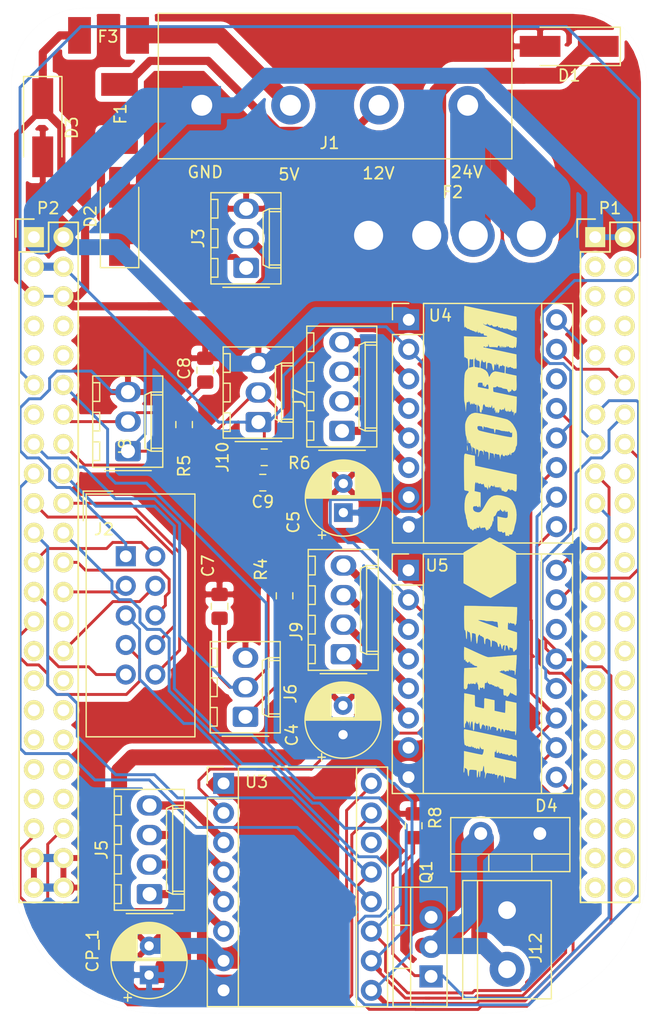
<source format=kicad_pcb>
(kicad_pcb (version 20171130) (host pcbnew "(5.1.0)-1")
  (title_block (title Firestarter) (date 2019-04-23) (rev 0.2) (company Hexastorm) (comment 1 "Rik Starmans"))
  (layers (0 F.Cu signal) (31 B.Cu signal) (34 B.Paste user) (35 F.Paste user) (36 B.SilkS user) (37 F.SilkS user) (38 B.Mask user hide) (39 F.Mask user hide) (44 Edge.Cuts user))
  (net 0 "")
  (net 1 +3V3)
  (net 2 +5V)
  (net 3 GND)
  (net 4 "Net-(D4-Pad2)")
  (net 5 SPINDLE_PWM)
  (net 6 +24V)
  (net 7 FAN_PWM)
  (net 8 "Net-(F3-Pad2)")
  (net 9 "Net-(F1-Pad2)")
  (net 10 +12V)
  (net 11 SPIO_DI)
  (net 12 Z_1B)
  (net 13 SPIO_SCL)
  (net 14 Z_1A)
  (net 15 SPIO_CSZ)
  (net 16 Z_2A)
  (net 17 SPIO_DO)
  (net 18 Z_2B)
  (net 19 Z_STEP)
  (net 20 Z_DIR)
  (net 21 Y_DIR)
  (net 22 Y_STEP)
  (net 23 Y_2B)
  (net 24 Y_2A)
  (net 25 SPIO_CSY)
  (net 26 Y_1A)
  (net 27 Y_1B)
  (net 28 X_1B)
  (net 29 X_1A)
  (net 30 SPI0_CSX)
  (net 31 X_2A)
  (net 32 X_2B)
  (net 33 X_STEP)
  (net 34 X_DIR)
  (net 35 POT_SDA)
  (net 36 POT_SCL)
  (net 37 "Net-(P1-Pad3)")
  (net 38 "Net-(P1-Pad4)")
  (net 39 "Net-(P1-Pad5)")
  (net 40 "Net-(P1-Pad6)")
  (net 41 "Net-(P1-Pad7)")
  (net 42 "Net-(P1-Pad8)")
  (net 43 "Net-(P1-Pad9)")
  (net 44 "Net-(P1-Pad10)")
  (net 45 Z_PO)
  (net 46 "Net-(P1-Pad20)")
  (net 47 "Net-(P1-Pad21)")
  (net 48 "Net-(P1-Pad22)")
  (net 49 "Net-(P1-Pad23)")
  (net 50 "Net-(P1-Pad24)")
  (net 51 "Net-(P1-Pad25)")
  (net 52 "Net-(P1-Pad26)")
  (net 53 "Net-(P1-Pad27)")
  (net 54 "Net-(P1-Pad28)")
  (net 55 "Net-(P1-Pad29)")
  (net 56 "Net-(P1-Pad30)")
  (net 57 "Net-(P1-Pad31)")
  (net 58 "Net-(P1-Pad32)")
  (net 59 "Net-(P1-Pad33)")
  (net 60 "Net-(P1-Pad34)")
  (net 61 "Net-(P1-Pad35)")
  (net 62 "Net-(P1-Pad36)")
  (net 63 "Net-(P1-Pad37)")
  (net 64 "Net-(P1-Pad38)")
  (net 65 "Net-(P1-Pad39)")
  (net 66 "Net-(P1-Pad40)")
  (net 67 "Net-(P1-Pad41)")
  (net 68 "Net-(P1-Pad42)")
  (net 69 "Net-(P1-Pad43)")
  (net 70 "Net-(P1-Pad44)")
  (net 71 "Net-(P1-Pad45)")
  (net 72 "Net-(P1-Pad46)")
  (net 73 IC_HB_PWM1)
  (net 74 "Net-(P2-Pad40)")
  (net 75 "Net-(P2-Pad39)")
  (net 76 "Net-(P2-Pad38)")
  (net 77 "Net-(P2-Pad37)")
  (net 78 "Net-(P2-Pad36)")
  (net 79 "Net-(P2-Pad35)")
  (net 80 "Net-(P2-Pad34)")
  (net 81 "Net-(P2-Pad33)")
  (net 82 "Net-(P2-Pad32)")
  (net 83 "Net-(P2-Pad31)")
  (net 84 IC_HB_PWM2)
  (net 85 "Net-(P2-Pad29)")
  (net 86 "Net-(P2-Pad28)")
  (net 87 POLY_PWM)
  (net 88 POLY_READY)
  (net 89 POLY_EN)
  (net 90 PH_DIODE)
  (net 91 Y_PO)
  (net 92 X_PO)
  (net 93 "Net-(P2-Pad13)")
  (net 94 "Net-(P2-Pad10)")
  (net 95 "Net-(P2-Pad9)")
  (net 96 "Net-(P2-Pad8)")
  (net 97 "Net-(P2-Pad7)")
  (net 98 "Net-(F2-Pad1)")
  (net 99 "Net-(U5-Pad6)")
  (net 100 "Net-(U4-Pad6)")
  (net 101 "Net-(U3-Pad6)")
  (net 102 "Net-(P1-Pad18)")
  (net 103 "Net-(P1-Pad11)")
  (net 104 ENABLE)
  (module Capacitor_THT:CP_Radial_D6.3mm_P2.50mm (layer F.Cu) (at 142.9766 86.05012 90)
    (fp_text reference C5 (at -0.81788 -4.2926 90) (layer F.SilkS))
    (fp_text value 100uF)
    (pad 2 thru_hole circle (at 2.5 0 90) (size 1.6 1.6) (drill 0.8) (layers *.Cu *.Mask) (net 3 GND))
    (pad 1 thru_hole rect (at 0 0 90) (size 1.6 1.6) (drill 0.8) (layers *.Cu *.Mask) (net 6 +24V))
  )
  (module Resistor_SMD:R_0805_2012Metric_Pad1.15x1.40mm_HandSolder (layer F.Cu) (at 149.025 112.95 270)
    (fp_text reference R8 (at -0.682 -1.851 90) (layer F.SilkS))
    (fp_text value 10K)
    (pad 2 smd roundrect (at 1.025 0 270) (size 1.15 1.4) (layers F.Cu F.Paste F.Mask) (roundrect_rratio 0.217391) (net 5 SPINDLE_PWM))
    (pad 1 smd roundrect (at -1.025 0 270) (size 1.15 1.4) (layers F.Cu F.Paste F.Mask) (roundrect_rratio 0.217391) (net 3 GND))
  )
  (module Resistor_SMD:R_0805_2012Metric_Pad1.15x1.40mm_HandSolder (layer F.Cu) (at 136.175 81.3)
    (fp_text reference R6 (at 3.017 0.488) (layer F.SilkS))
    (fp_text value 10K)
    (pad 2 smd roundrect (at 1.025 0) (size 1.15 1.4) (layers F.Cu F.Paste F.Mask) (roundrect_rratio 0.217391) (net 45 Z_PO))
    (pad 1 smd roundrect (at -1.025 0) (size 1.15 1.4) (layers F.Cu F.Paste F.Mask) (roundrect_rratio 0.217391) (net 1 +3V3))
  )
  (module Resistor_SMD:R_0805_2012Metric_Pad1.15x1.40mm_HandSolder (layer F.Cu) (at 129.286 78.486 90)
    (fp_text reference R5 (at -3.556 0 -90) (layer F.SilkS))
    (fp_text value 10K)
    (pad 2 smd roundrect (at 1.025 0 90) (size 1.15 1.4) (layers F.Cu F.Paste F.Mask) (roundrect_rratio 0.217391) (net 91 Y_PO))
    (pad 1 smd roundrect (at -1.025 0 90) (size 1.15 1.4) (layers F.Cu F.Paste F.Mask) (roundrect_rratio 0.217391) (net 1 +3V3))
  )
  (module Resistor_SMD:R_0805_2012Metric_Pad1.15x1.40mm_HandSolder (layer F.Cu) (at 137.922 93.19514 90)
    (fp_text reference R4 (at 2.26314 -2.032 90) (layer F.SilkS))
    (fp_text value 10K)
    (pad 2 smd roundrect (at 1.025 0 90) (size 1.15 1.4) (layers F.Cu F.Paste F.Mask) (roundrect_rratio 0.217391) (net 92 X_PO))
    (pad 1 smd roundrect (at -1.025 0 90) (size 1.15 1.4) (layers F.Cu F.Paste F.Mask) (roundrect_rratio 0.217391) (net 1 +3V3))
  )
  (module Package_TO_SOT_THT:TO-220-3_Vertical (layer F.Cu) (at 150.52 125.89 90)
    (fp_text reference Q1 (at 8.955 -0.41 90) (layer F.SilkS))
    (fp_text value IRLB8721PBF)
    (pad 3 thru_hole oval (at 5.08 0 90) (size 1.905 2) (drill 1.1) (layers *.Cu *.Mask) (net 3 GND))
    (pad 2 thru_hole oval (at 2.54 0 90) (size 1.905 2) (drill 1.1) (layers *.Cu *.Mask) (net 4 "Net-(D4-Pad2)"))
    (pad 1 thru_hole rect (at 0 0 90) (size 1.905 2) (drill 1.1) (layers *.Cu *.Mask) (net 5 SPINDLE_PWM))
  )
  (module TerminalBlock:TerminalBlock_bornier-2_P5.08mm (layer F.Cu) (at 157.05 120.2 270)
    (fp_text reference J12 (at 3.244 -2.462 90) (layer F.SilkS))
    (fp_text value EBV-02-D)
    (pad 2 thru_hole circle (at 5.08 0 270) (size 3 3) (drill 1.52) (layers *.Cu *.Mask) (net 4 "Net-(D4-Pad2)"))
    (pad 1 thru_hole rect (at 0 0 270) (size 3 3) (drill 1.52) (layers *.Cu *.Mask) (net 6 +24V))
  )
  (module Connector_Molex:Molex_KK-254_AE-6410-03A_1x03_P2.54mm_Vertical (layer F.Cu) (at 135.675 78.275 90)
    (fp_text reference J10 (at -3.005 -3.087 90) (layer F.SilkS))
    (fp_text value MOLEX_2031)
    (pad 3 thru_hole oval (at 5.08 0 90) (size 1.74 2.2) (drill 1.2) (layers *.Cu *.Mask) (net 3 GND))
    (pad 2 thru_hole oval (at 2.54 0 90) (size 1.74 2.2) (drill 1.2) (layers *.Cu *.Mask) (net 45 Z_PO))
    (pad 1 thru_hole roundrect (at 0 0 90) (size 1.74 2.2) (drill 1.2) (layers *.Cu *.Mask) (roundrect_rratio 0.143678) (net 1 +3V3))
  )
  (module Connector_Molex:Molex_KK-254_AE-6410-04A_1x04_P2.54mm_Vertical (layer F.Cu) (at 142.98676 98.21672 90)
    (fp_text reference J9 (at 1.95072 -4.04876 90) (layer F.SilkS))
    (fp_text value MOLEX_2041)
    (pad 4 thru_hole oval (at 7.62 0 90) (size 1.74 2.2) (drill 1.2) (layers *.Cu *.Mask) (net 12 Z_1B))
    (pad 3 thru_hole oval (at 5.08 0 90) (size 1.74 2.2) (drill 1.2) (layers *.Cu *.Mask) (net 14 Z_1A))
    (pad 2 thru_hole oval (at 2.54 0 90) (size 1.74 2.2) (drill 1.2) (layers *.Cu *.Mask) (net 16 Z_2A))
    (pad 1 thru_hole roundrect (at 0 0 90) (size 1.74 2.2) (drill 1.2) (layers *.Cu *.Mask) (roundrect_rratio 0.143678) (net 18 Z_2B))
  )
  (module Connector_Molex:Molex_KK-254_AE-6410-03A_1x03_P2.54mm_Vertical (layer F.Cu) (at 124.46 80.772 90)
    (fp_text reference J8 (at 0.254 -0.254 -90) (layer F.SilkS))
    (fp_text value MOLEX_2031)
    (pad 3 thru_hole oval (at 5.08 0 90) (size 1.74 2.2) (drill 1.2) (layers *.Cu *.Mask) (net 3 GND))
    (pad 2 thru_hole oval (at 2.54 0 90) (size 1.74 2.2) (drill 1.2) (layers *.Cu *.Mask) (net 91 Y_PO))
    (pad 1 thru_hole roundrect (at 0 0 90) (size 1.74 2.2) (drill 1.2) (layers *.Cu *.Mask) (roundrect_rratio 0.143678) (net 1 +3V3))
  )
  (module Connector_Molex:Molex_KK-254_AE-6410-04A_1x04_P2.54mm_Vertical (layer F.Cu) (at 142.8623 79.02956 90)
    (fp_text reference J7 (at 2.82956 -3.6703 90) (layer F.SilkS))
    (fp_text value MOLEX_2041)
    (pad 4 thru_hole oval (at 7.62 0 90) (size 1.74 2.2) (drill 1.2) (layers *.Cu *.Mask) (net 27 Y_1B))
    (pad 3 thru_hole oval (at 5.08 0 90) (size 1.74 2.2) (drill 1.2) (layers *.Cu *.Mask) (net 26 Y_1A))
    (pad 2 thru_hole oval (at 2.54 0 90) (size 1.74 2.2) (drill 1.2) (layers *.Cu *.Mask) (net 24 Y_2A))
    (pad 1 thru_hole roundrect (at 0 0 90) (size 1.74 2.2) (drill 1.2) (layers *.Cu *.Mask) (roundrect_rratio 0.143678) (net 23 Y_2B))
  )
  (module Connector_Molex:Molex_KK-254_AE-6410-03A_1x03_P2.54mm_Vertical (layer F.Cu) (at 134.56 103.59 90)
    (fp_text reference J6 (at 1.99 3.87 90) (layer F.SilkS))
    (fp_text value MOLEX_2031)
    (pad 3 thru_hole oval (at 5.08 0 90) (size 1.74 2.2) (drill 1.2) (layers *.Cu *.Mask) (net 3 GND))
    (pad 2 thru_hole oval (at 2.54 0 90) (size 1.74 2.2) (drill 1.2) (layers *.Cu *.Mask) (net 92 X_PO))
    (pad 1 thru_hole roundrect (at 0 0 90) (size 1.74 2.2) (drill 1.2) (layers *.Cu *.Mask) (roundrect_rratio 0.143678) (net 1 +3V3))
  )
  (module Connector_Molex:Molex_KK-254_AE-6410-04A_1x04_P2.54mm_Vertical (layer F.Cu) (at 126.3142 118.82628 90)
    (fp_text reference J5 (at 3.81 -4.12 90) (layer F.SilkS))
    (fp_text value MOLEX_2041)
    (pad 4 thru_hole oval (at 7.62 0 90) (size 1.74 2.2) (drill 1.2) (layers *.Cu *.Mask) (net 28 X_1B))
    (pad 3 thru_hole oval (at 5.08 0 90) (size 1.74 2.2) (drill 1.2) (layers *.Cu *.Mask) (net 29 X_1A))
    (pad 2 thru_hole oval (at 2.54 0 90) (size 1.74 2.2) (drill 1.2) (layers *.Cu *.Mask) (net 31 X_2A))
    (pad 1 thru_hole roundrect (at 0 0 90) (size 1.74 2.2) (drill 1.2) (layers *.Cu *.Mask) (roundrect_rratio 0.143678) (net 32 X_2B))
  )
  (module Connector_Molex:Molex_KK-254_AE-6410-03A_1x03_P2.54mm_Vertical (layer F.Cu) (at 134.62 65.024 90)
    (fp_text reference J3 (at 2.54 -4.12 90) (layer F.SilkS))
    (fp_text value MOLEX_2031)
    (pad 3 thru_hole oval (at 5.08 0 90) (size 1.74 2.2) (drill 1.2) (layers *.Cu *.Mask) (net 3 GND))
    (pad 2 thru_hole oval (at 2.54 0 90) (size 1.74 2.2) (drill 1.2) (layers *.Cu *.Mask) (net 2 +5V))
    (pad 1 thru_hole roundrect (at 0 0 90) (size 1.74 2.2) (drill 1.2) (layers *.Cu *.Mask) (roundrect_rratio 0.143678) (net 10 +12V))
  )
  (module Connector_IDC:IDC-Header_2x05_P2.54mm_Vertical (layer F.Cu) (at 124.27 89.8)
    (fp_text reference J2 (at -1.87 -2.32) (layer F.SilkS))
    (fp_text value 10pinIDC)
    (pad 10 thru_hole oval (at 2.54 10.16) (size 1.7272 1.7272) (drill 1.016) (layers *.Cu *.Mask) (net 35 POT_SDA))
    (pad 9 thru_hole oval (at 0 10.16) (size 1.7272 1.7272) (drill 1.016) (layers *.Cu *.Mask) (net 73 IC_HB_PWM1))
    (pad 8 thru_hole oval (at 2.54 7.62) (size 1.7272 1.7272) (drill 1.016) (layers *.Cu *.Mask) (net 36 POT_SCL))
    (pad 7 thru_hole oval (at 0 7.62) (size 1.7272 1.7272) (drill 1.016) (layers *.Cu *.Mask) (net 84 IC_HB_PWM2))
    (pad 6 thru_hole oval (at 2.54 5.08) (size 1.7272 1.7272) (drill 1.016) (layers *.Cu *.Mask) (net 90 PH_DIODE))
    (pad 5 thru_hole oval (at 0 5.08) (size 1.7272 1.7272) (drill 1.016) (layers *.Cu *.Mask) (net 7 FAN_PWM))
    (pad 4 thru_hole oval (at 2.54 2.54) (size 1.7272 1.7272) (drill 1.016) (layers *.Cu *.Mask) (net 87 POLY_PWM))
    (pad 3 thru_hole oval (at 0 2.54) (size 1.7272 1.7272) (drill 1.016) (layers *.Cu *.Mask) (net 88 POLY_READY))
    (pad 2 thru_hole oval (at 2.54 0) (size 1.7272 1.7272) (drill 1.016) (layers *.Cu *.Mask) (net 89 POLY_EN))
    (pad 1 thru_hole rect (at 0 0) (size 1.7272 1.7272) (drill 1.016) (layers *.Cu *.Mask) (net 3 GND))
  )
  (module Package_TO_SOT_THT:TO-220-2_Vertical (layer F.Cu) (at 159.87 113.62 180)
    (fp_text reference D4 (at -0.56 2.38) (layer F.SilkS))
    (fp_text value STPS1545D)
    (pad 2 thru_hole oval (at 5.08 0 180) (size 2 2) (drill 1.1) (layers *.Cu *.Mask) (net 4 "Net-(D4-Pad2)"))
    (pad 1 thru_hole rect (at 0 0 180) (size 2 2) (drill 1.1) (layers *.Cu *.Mask) (net 6 +24V))
  )
  (module Diode_SMD:D_SMA_Handsoldering (layer F.Cu) (at 117.1321 52.9844 270)
    (fp_text reference D3 (at 0 -2.5 90) (layer F.SilkS))
    (fp_text value 50V_1A)
    (pad 2 smd rect (at 2.5 0 270) (size 3.5 1.8) (layers F.Cu F.Paste F.Mask) (net 3 GND))
    (pad 1 smd rect (at -2.5 0 270) (size 3.5 1.8) (layers F.Cu F.Paste F.Mask) (net 2 +5V))
  )
  (module Diode_SMD:D_SMA_Handsoldering (layer F.Cu) (at 123.7361 60.6044 90)
    (fp_text reference D2 (at 0 -2.5 90) (layer F.SilkS))
    (fp_text value 50V_1A)
    (pad 2 smd rect (at 2.5 0 90) (size 3.5 1.8) (layers F.Cu F.Paste F.Mask) (net 3 GND))
    (pad 1 smd rect (at -2.5 0 90) (size 3.5 1.8) (layers F.Cu F.Paste F.Mask) (net 10 +12V))
  )
  (module Diode_SMD:D_SMA_Handsoldering (layer F.Cu) (at 162.38982 45.99686 180)
    (fp_text reference D1 (at 0 -2.5) (layer F.SilkS))
    (fp_text value 50V_1A)
    (pad 2 smd rect (at 2.5 0 180) (size 3.5 1.8) (layers F.Cu F.Paste F.Mask) (net 3 GND))
    (pad 1 smd rect (at -2.5 0 180) (size 3.5 1.8) (layers F.Cu F.Paste F.Mask) (net 6 +24V))
  )
  (module Capacitor_THT:CP_Radial_D6.3mm_P2.50mm (layer F.Cu) (at 126.275 125.775 90)
    (fp_text reference CP_1 (at 2.077 -4.863 90) (layer F.SilkS))
    (fp_text value 100uF)
    (pad 2 thru_hole circle (at 2.5 0 90) (size 1.6 1.6) (drill 0.8) (layers *.Cu *.Mask) (net 3 GND))
    (pad 1 thru_hole rect (at 0 0 90) (size 1.6 1.6) (drill 0.8) (layers *.Cu *.Mask) (net 6 +24V))
  )
  (module Capacitor_SMD:C_0805_2012Metric_Pad1.15x1.40mm_HandSolder (layer F.Cu) (at 136.05 83.475 180)
    (fp_text reference C9 (at 0 -1.65) (layer F.SilkS))
    (fp_text value 0.1uF)
    (pad 2 smd roundrect (at 1.025 0 180) (size 1.15 1.4) (layers F.Cu F.Paste F.Mask) (roundrect_rratio 0.217391) (net 3 GND))
    (pad 1 smd roundrect (at -1.025 0 180) (size 1.15 1.4) (layers F.Cu F.Paste F.Mask) (roundrect_rratio 0.217391) (net 45 Z_PO))
  )
  (module Capacitor_SMD:C_0805_2012Metric_Pad1.15x1.40mm_HandSolder (layer F.Cu) (at 131.1021 73.8124 90)
    (fp_text reference C8 (at 0.1524 -1.8161 90) (layer F.SilkS))
    (fp_text value 0.1uF)
    (pad 2 smd roundrect (at 1.025 0 90) (size 1.15 1.4) (layers F.Cu F.Paste F.Mask) (roundrect_rratio 0.217391) (net 3 GND))
    (pad 1 smd roundrect (at -1.025 0 90) (size 1.15 1.4) (layers F.Cu F.Paste F.Mask) (roundrect_rratio 0.217391) (net 91 Y_PO))
  )
  (module Capacitor_SMD:C_0805_2012Metric_Pad1.15x1.40mm_HandSolder (layer F.Cu) (at 132.334 94.1 90)
    (fp_text reference C7 (at 3.48 -0.994 90) (layer F.SilkS))
    (fp_text value 0.1uF)
    (pad 2 smd roundrect (at 1.025 0 90) (size 1.15 1.4) (layers F.Cu F.Paste F.Mask) (roundrect_rratio 0.217391) (net 3 GND))
    (pad 1 smd roundrect (at -1.025 0 90) (size 1.15 1.4) (layers F.Cu F.Paste F.Mask) (roundrect_rratio 0.217391) (net 92 X_PO))
  )
  (module Capacitor_THT:CP_Radial_D6.3mm_P2.50mm (layer F.Cu) (at 142.95 105.125 90)
    (fp_text reference C4 (at -0.031 -4.4 90) (layer F.SilkS))
    (fp_text value 100uF)
    (pad 2 thru_hole circle (at 2.5 0 90) (size 1.6 1.6) (drill 0.8) (layers *.Cu *.Mask) (net 3 GND))
    (pad 1 thru_hole rect (at 0 0 90) (size 1.6 1.6) (drill 0.8) (layers *.Cu *.Mask) (net 6 +24V))
  )
  (module Socket_BeagleBone_Black:hexastorm (layer F.Cu) (at 155.59532 88.82126 90)
    (fp_text reference G1 hide)
    (fp_text value hexastorm hide)
  )
  (module Socket_BeagleBone_Black:TMC2130 (layer F.Cu) (at 132.68 109.31)
    (fp_text reference U3 (at 2.84276 -0.12922) (layer F.SilkS))
    (fp_text value X_STEPPER)
    (pad 8 thru_hole oval (at 12.7 0) (size 1.8 1.8) (drill 1.02) (layers *.Cu *.Mask) (net 34 X_DIR))
    (pad 16 thru_hole oval (at 0 17.78) (size 1.8 1.8) (drill 1.02) (layers *.Cu *.Mask) (net 6 +24V))
    (pad 7 thru_hole oval (at 12.7 2.54) (size 1.8 1.8) (drill 1.02) (layers *.Cu *.Mask) (net 33 X_STEP))
    (pad 15 thru_hole oval (at 0 15.24) (size 1.8 1.8) (drill 1.02) (layers *.Cu *.Mask) (net 3 GND))
    (pad 6 thru_hole oval (at 12.7 5.08) (size 1.8 1.8) (drill 1.02) (layers *.Cu *.Mask) (net 101 "Net-(U3-Pad6)"))
    (pad 14 thru_hole oval (at 0 12.7) (size 1.8 1.8) (drill 1.02) (layers *.Cu *.Mask) (net 32 X_2B))
    (pad 5 thru_hole oval (at 12.7 7.62) (size 1.8 1.8) (drill 1.02) (layers *.Cu *.Mask) (net 17 SPIO_DO))
    (pad 13 thru_hole oval (at 0 10.16) (size 1.8 1.8) (drill 1.02) (layers *.Cu *.Mask) (net 31 X_2A))
    (pad 4 thru_hole oval (at 12.7 10.16) (size 1.8 1.8) (drill 1.02) (layers *.Cu *.Mask) (net 30 SPI0_CSX))
    (pad 12 thru_hole oval (at 0 7.62) (size 1.8 1.8) (drill 1.02) (layers *.Cu *.Mask) (net 29 X_1A))
    (pad 3 thru_hole oval (at 12.7 12.7) (size 1.8 1.8) (drill 1.02) (layers *.Cu *.Mask) (net 13 SPIO_SCL))
    (pad 11 thru_hole oval (at 0 5.08) (size 1.8 1.8) (drill 1.02) (layers *.Cu *.Mask) (net 28 X_1B))
    (pad 2 thru_hole oval (at 12.7 15.24) (size 1.8 1.8) (drill 1.02) (layers *.Cu *.Mask) (net 11 SPIO_DI))
    (pad 10 thru_hole oval (at 0 2.54) (size 1.8 1.8) (drill 1.02) (layers *.Cu *.Mask) (net 1 +3V3))
    (pad 1 thru_hole oval (at 12.7 17.78) (size 1.8 1.8) (drill 1.02) (layers *.Cu *.Mask) (net 104 ENABLE))
    (pad 9 thru_hole rect (at 0 0) (size 1.8 1.8) (drill 1.02) (layers *.Cu *.Mask) (net 3 GND))
  )
  (module Socket_BeagleBone_Black:TMC2130 (layer F.Cu) (at 148.58 91)
    (fp_text reference U5 (at 2.45928 -0.40422) (layer F.SilkS))
    (fp_text value Z_STEPPER)
    (pad 8 thru_hole oval (at 12.7 0) (size 1.8 1.8) (drill 1.02) (layers *.Cu *.Mask) (net 20 Z_DIR))
    (pad 16 thru_hole oval (at 0 17.78) (size 1.8 1.8) (drill 1.02) (layers *.Cu *.Mask) (net 6 +24V))
    (pad 7 thru_hole oval (at 12.7 2.54) (size 1.8 1.8) (drill 1.02) (layers *.Cu *.Mask) (net 19 Z_STEP))
    (pad 15 thru_hole oval (at 0 15.24) (size 1.8 1.8) (drill 1.02) (layers *.Cu *.Mask) (net 3 GND))
    (pad 6 thru_hole oval (at 12.7 5.08) (size 1.8 1.8) (drill 1.02) (layers *.Cu *.Mask) (net 99 "Net-(U5-Pad6)"))
    (pad 14 thru_hole oval (at 0 12.7) (size 1.8 1.8) (drill 1.02) (layers *.Cu *.Mask) (net 18 Z_2B))
    (pad 5 thru_hole oval (at 12.7 7.62) (size 1.8 1.8) (drill 1.02) (layers *.Cu *.Mask) (net 17 SPIO_DO))
    (pad 13 thru_hole oval (at 0 10.16) (size 1.8 1.8) (drill 1.02) (layers *.Cu *.Mask) (net 16 Z_2A))
    (pad 4 thru_hole oval (at 12.7 10.16) (size 1.8 1.8) (drill 1.02) (layers *.Cu *.Mask) (net 15 SPIO_CSZ))
    (pad 12 thru_hole oval (at 0 7.62) (size 1.8 1.8) (drill 1.02) (layers *.Cu *.Mask) (net 14 Z_1A))
    (pad 3 thru_hole oval (at 12.7 12.7) (size 1.8 1.8) (drill 1.02) (layers *.Cu *.Mask) (net 13 SPIO_SCL))
    (pad 11 thru_hole oval (at 0 5.08) (size 1.8 1.8) (drill 1.02) (layers *.Cu *.Mask) (net 12 Z_1B))
    (pad 2 thru_hole oval (at 12.7 15.24) (size 1.8 1.8) (drill 1.02) (layers *.Cu *.Mask) (net 11 SPIO_DI))
    (pad 10 thru_hole oval (at 0 2.54) (size 1.8 1.8) (drill 1.02) (layers *.Cu *.Mask) (net 1 +3V3))
    (pad 1 thru_hole oval (at 12.7 17.78) (size 1.8 1.8) (drill 1.02) (layers *.Cu *.Mask) (net 104 ENABLE))
    (pad 9 thru_hole rect (at 0 0) (size 1.8 1.8) (drill 1.02) (layers *.Cu *.Mask) (net 3 GND))
  )
  (module Socket_BeagleBone_Black:TMC2130 (layer F.Cu) (at 148.60016 69.47916)
    (fp_text reference U4 (at 2.70994 -0.35676) (layer F.SilkS))
    (fp_text value Y_STEPPER)
    (pad 8 thru_hole oval (at 12.7 0) (size 1.8 1.8) (drill 1.02) (layers *.Cu *.Mask) (net 21 Y_DIR))
    (pad 16 thru_hole oval (at 0 17.78) (size 1.8 1.8) (drill 1.02) (layers *.Cu *.Mask) (net 6 +24V))
    (pad 7 thru_hole oval (at 12.7 2.54) (size 1.8 1.8) (drill 1.02) (layers *.Cu *.Mask) (net 22 Y_STEP))
    (pad 15 thru_hole oval (at 0 15.24) (size 1.8 1.8) (drill 1.02) (layers *.Cu *.Mask) (net 3 GND))
    (pad 6 thru_hole oval (at 12.7 5.08) (size 1.8 1.8) (drill 1.02) (layers *.Cu *.Mask) (net 100 "Net-(U4-Pad6)"))
    (pad 14 thru_hole oval (at 0 12.7) (size 1.8 1.8) (drill 1.02) (layers *.Cu *.Mask) (net 23 Y_2B))
    (pad 5 thru_hole oval (at 12.7 7.62) (size 1.8 1.8) (drill 1.02) (layers *.Cu *.Mask) (net 17 SPIO_DO))
    (pad 13 thru_hole oval (at 0 10.16) (size 1.8 1.8) (drill 1.02) (layers *.Cu *.Mask) (net 24 Y_2A))
    (pad 4 thru_hole oval (at 12.7 10.16) (size 1.8 1.8) (drill 1.02) (layers *.Cu *.Mask) (net 25 SPIO_CSY))
    (pad 12 thru_hole oval (at 0 7.62) (size 1.8 1.8) (drill 1.02) (layers *.Cu *.Mask) (net 26 Y_1A))
    (pad 3 thru_hole oval (at 12.7 12.7) (size 1.8 1.8) (drill 1.02) (layers *.Cu *.Mask) (net 13 SPIO_SCL))
    (pad 11 thru_hole oval (at 0 5.08) (size 1.8 1.8) (drill 1.02) (layers *.Cu *.Mask) (net 27 Y_1B))
    (pad 2 thru_hole oval (at 12.7 15.24) (size 1.8 1.8) (drill 1.02) (layers *.Cu *.Mask) (net 11 SPIO_DI))
    (pad 10 thru_hole oval (at 0 2.54) (size 1.8 1.8) (drill 1.02) (layers *.Cu *.Mask) (net 1 +3V3))
    (pad 1 thru_hole oval (at 12.7 17.78) (size 1.8 1.8) (drill 1.02) (layers *.Cu *.Mask) (net 104 ENABLE))
    (pad 9 thru_hole rect (at 0 0) (size 1.8 1.8) (drill 1.02) (layers *.Cu *.Mask) (net 3 GND))
  )
  (module Socket_BeagleBone_Black:MCCQ-121 (layer F.Cu) (at 152.146 62.23 180)
    (fp_text reference F2 (at -0.22312 3.7096 180) (layer F.SilkS))
    (fp_text value 30A)
    (pad 4 thru_hole circle (at 7 0 180) (size 3.7 3.7) (drill 2.5) (layers *.Cu *.Mask) (net 6 +24V))
    (pad 3 thru_hole circle (at 2 0 180) (size 3.7 3.7) (drill 2.5) (layers *.Cu *.Mask) (net 6 +24V))
    (pad 2 thru_hole circle (at -2 0 180) (size 3.7 3.7) (drill 2.5) (layers *.Cu *.Mask) (net 98 "Net-(F2-Pad1)"))
    (pad 1 thru_hole circle (at -7 0 180) (size 3.7 3.7) (drill 2.5) (layers *.Cu *.Mask) (net 98 "Net-(F2-Pad1)"))
  )
  (module Socket_BeagleBone_Black:MC000052 (layer F.Cu) (at 153.66492 51.054 180)
    (fp_text reference J1 (at 11.87958 -3.24358 180) (layer F.SilkS))
    (fp_text value MC000052)
    (fp_text user 24V (at 0.06492 -5.746 180) (layer F.SilkS))
    (fp_text user 12V (at 7.66492 -5.846 180) (layer F.SilkS))
    (fp_text user 5V (at 15.36492 -5.946 180) (layer F.SilkS))
    (fp_text user GND (at 22.56492 -5.746 180) (layer F.SilkS))
    (pad 1 thru_hole rect (at 22.86 0 180) (size 3.3 3.3) (drill 1.8) (layers *.Cu *.Mask) (net 3 GND))
    (pad 4 thru_hole circle (at 0 0 180) (size 3.3 3.3) (drill 1.8) (layers *.Cu *.Mask) (net 98 "Net-(F2-Pad1)"))
    (pad 2 thru_hole circle (at 15.24 0 180) (size 3.3 3.3) (drill 1.8) (layers *.Cu *.Mask) (net 8 "Net-(F3-Pad2)"))
    (pad 3 thru_hole circle (at 7.62 0 180) (size 3.3 3.3) (drill 1.8) (layers *.Cu *.Mask) (net 9 "Net-(F1-Pad2)"))
  )
  (module Socket_BeagleBone_Black:Socket_BeagleBone_Black (layer F.Cu) (at 116.3701 62.3824)
    (fp_text reference P2 (at 1.2299 -2.4824) (layer F.SilkS))
    (fp_text value BeagleBone_Black_Header)
    (pad 46 thru_hole oval (at 2.54 55.88) (size 1.7272 1.7272) (drill 1.016) (layers *.Cu *.Mask F.SilkS) (net 3 GND))
    (pad 45 thru_hole oval (at 0 55.88) (size 1.7272 1.7272) (drill 1.016) (layers *.Cu *.Mask F.SilkS) (net 3 GND))
    (pad 44 thru_hole oval (at 2.54 53.34) (size 1.7272 1.7272) (drill 1.016) (layers *.Cu *.Mask F.SilkS) (net 3 GND))
    (pad 43 thru_hole oval (at 0 53.34) (size 1.7272 1.7272) (drill 1.016) (layers *.Cu *.Mask F.SilkS) (net 3 GND))
    (pad 42 thru_hole oval (at 2.54 50.8) (size 1.7272 1.7272) (drill 1.016) (layers *.Cu *.Mask F.SilkS) (net 34 X_DIR))
    (pad 41 thru_hole oval (at 0 50.8) (size 1.7272 1.7272) (drill 1.016) (layers *.Cu *.Mask F.SilkS) (net 33 X_STEP))
    (pad 40 thru_hole oval (at 2.54 48.26) (size 1.7272 1.7272) (drill 1.016) (layers *.Cu *.Mask F.SilkS) (net 74 "Net-(P2-Pad40)"))
    (pad 39 thru_hole oval (at 0 48.26) (size 1.7272 1.7272) (drill 1.016) (layers *.Cu *.Mask F.SilkS) (net 75 "Net-(P2-Pad39)"))
    (pad 38 thru_hole oval (at 2.54 45.72) (size 1.7272 1.7272) (drill 1.016) (layers *.Cu *.Mask F.SilkS) (net 76 "Net-(P2-Pad38)"))
    (pad 37 thru_hole oval (at 0 45.72) (size 1.7272 1.7272) (drill 1.016) (layers *.Cu *.Mask F.SilkS) (net 77 "Net-(P2-Pad37)"))
    (pad 36 thru_hole oval (at 2.54 43.18) (size 1.7272 1.7272) (drill 1.016) (layers *.Cu *.Mask F.SilkS) (net 78 "Net-(P2-Pad36)"))
    (pad 35 thru_hole oval (at 0 43.18) (size 1.7272 1.7272) (drill 1.016) (layers *.Cu *.Mask F.SilkS) (net 79 "Net-(P2-Pad35)"))
    (pad 34 thru_hole oval (at 2.54 40.64) (size 1.7272 1.7272) (drill 1.016) (layers *.Cu *.Mask F.SilkS) (net 80 "Net-(P2-Pad34)"))
    (pad 33 thru_hole oval (at 0 40.64) (size 1.7272 1.7272) (drill 1.016) (layers *.Cu *.Mask F.SilkS) (net 81 "Net-(P2-Pad33)"))
    (pad 32 thru_hole oval (at 2.54 38.1) (size 1.7272 1.7272) (drill 1.016) (layers *.Cu *.Mask F.SilkS) (net 82 "Net-(P2-Pad32)"))
    (pad 31 thru_hole oval (at 0 38.1) (size 1.7272 1.7272) (drill 1.016) (layers *.Cu *.Mask F.SilkS) (net 83 "Net-(P2-Pad31)"))
    (pad 30 thru_hole oval (at 2.54 35.56) (size 1.7272 1.7272) (drill 1.016) (layers *.Cu *.Mask F.SilkS) (net 87 POLY_PWM))
    (pad 29 thru_hole oval (at 0 35.56) (size 1.7272 1.7272) (drill 1.016) (layers *.Cu *.Mask F.SilkS) (net 85 "Net-(P2-Pad29)"))
    (pad 28 thru_hole oval (at 2.54 33.02) (size 1.7272 1.7272) (drill 1.016) (layers *.Cu *.Mask F.SilkS) (net 86 "Net-(P2-Pad28)"))
    (pad 27 thru_hole oval (at 0 33.02) (size 1.7272 1.7272) (drill 1.016) (layers *.Cu *.Mask F.SilkS) (net 84 IC_HB_PWM2))
    (pad 26 thru_hole oval (at 2.54 30.48) (size 1.7272 1.7272) (drill 1.016) (layers *.Cu *.Mask F.SilkS) (net 88 POLY_READY))
    (pad 25 thru_hole oval (at 0 30.48) (size 1.7272 1.7272) (drill 1.016) (layers *.Cu *.Mask F.SilkS) (net 73 IC_HB_PWM1))
    (pad 24 thru_hole oval (at 2.54 27.94) (size 1.7272 1.7272) (drill 1.016) (layers *.Cu *.Mask F.SilkS) (net 90 PH_DIODE))
    (pad 23 thru_hole oval (at 0 27.94) (size 1.7272 1.7272) (drill 1.016) (layers *.Cu *.Mask F.SilkS) (net 89 POLY_EN))
    (pad 22 thru_hole oval (at 2.54 25.4) (size 1.7272 1.7272) (drill 1.016) (layers *.Cu *.Mask F.SilkS) (net 13 SPIO_SCL))
    (pad 21 thru_hole oval (at 0 25.4) (size 1.7272 1.7272) (drill 1.016) (layers *.Cu *.Mask F.SilkS) (net 17 SPIO_DO))
    (pad 20 thru_hole oval (at 2.54 22.86) (size 1.7272 1.7272) (drill 1.016) (layers *.Cu *.Mask F.SilkS) (net 35 POT_SDA))
    (pad 19 thru_hole oval (at 0 22.86) (size 1.7272 1.7272) (drill 1.016) (layers *.Cu *.Mask F.SilkS) (net 36 POT_SCL))
    (pad 18 thru_hole oval (at 2.54 20.32) (size 1.7272 1.7272) (drill 1.016) (layers *.Cu *.Mask F.SilkS) (net 11 SPIO_DI))
    (pad 17 thru_hole oval (at 0 20.32) (size 1.7272 1.7272) (drill 1.016) (layers *.Cu *.Mask F.SilkS) (net 30 SPI0_CSX))
    (pad 16 thru_hole oval (at 2.54 17.78) (size 1.7272 1.7272) (drill 1.016) (layers *.Cu *.Mask F.SilkS) (net 45 Z_PO))
    (pad 15 thru_hole oval (at 0 17.78) (size 1.7272 1.7272) (drill 1.016) (layers *.Cu *.Mask F.SilkS) (net 92 X_PO))
    (pad 14 thru_hole oval (at 2.54 15.24) (size 1.7272 1.7272) (drill 1.016) (layers *.Cu *.Mask F.SilkS) (net 91 Y_PO))
    (pad 13 thru_hole oval (at 0 15.24) (size 1.7272 1.7272) (drill 1.016) (layers *.Cu *.Mask F.SilkS) (net 93 "Net-(P2-Pad13)"))
    (pad 12 thru_hole oval (at 2.54 12.7) (size 1.7272 1.7272) (drill 1.016) (layers *.Cu *.Mask F.SilkS) (net 104 ENABLE))
    (pad 11 thru_hole oval (at 0 12.7) (size 1.7272 1.7272) (drill 1.016) (layers *.Cu *.Mask F.SilkS) (net 25 SPIO_CSY))
    (pad 10 thru_hole oval (at 2.54 10.16) (size 1.7272 1.7272) (drill 1.016) (layers *.Cu *.Mask F.SilkS) (net 94 "Net-(P2-Pad10)"))
    (pad 9 thru_hole oval (at 0 10.16) (size 1.7272 1.7272) (drill 1.016) (layers *.Cu *.Mask F.SilkS) (net 95 "Net-(P2-Pad9)"))
    (pad 8 thru_hole oval (at 2.54 7.62) (size 1.7272 1.7272) (drill 1.016) (layers *.Cu *.Mask F.SilkS) (net 96 "Net-(P2-Pad8)"))
    (pad 7 thru_hole oval (at 0 7.62) (size 1.7272 1.7272) (drill 1.016) (layers *.Cu *.Mask F.SilkS) (net 97 "Net-(P2-Pad7)"))
    (pad 6 thru_hole oval (at 2.54 5.08) (size 1.7272 1.7272) (drill 1.016) (layers *.Cu *.Mask F.SilkS) (net 2 +5V))
    (pad 5 thru_hole oval (at 0 5.08) (size 1.7272 1.7272) (drill 1.016) (layers *.Cu *.Mask F.SilkS) (net 2 +5V))
    (pad 4 thru_hole oval (at 2.54 2.54) (size 1.7272 1.7272) (drill 1.016) (layers *.Cu *.Mask F.SilkS) (net 1 +3V3))
    (pad 3 thru_hole oval (at 0 2.54) (size 1.7272 1.7272) (drill 1.016) (layers *.Cu *.Mask F.SilkS) (net 1 +3V3))
    (pad 2 thru_hole oval (at 2.54 0) (size 1.7272 1.7272) (drill 1.016) (layers *.Cu *.Mask F.SilkS) (net 3 GND))
    (pad 1 thru_hole rect (at 0 0) (size 1.7272 1.7272) (drill 1.016) (layers *.Cu *.Mask F.SilkS) (net 3 GND))
  )
  (module Socket_BeagleBone_Black:Socket_BeagleBone_Black (layer F.Cu) (at 164.6301 62.3824)
    (fp_text reference P1 (at 1.2699 -2.4824) (layer F.SilkS))
    (fp_text value BeagleBone_Black_Header)
    (pad 46 thru_hole oval (at 2.54 55.88) (size 1.7272 1.7272) (drill 1.016) (layers *.Cu *.Mask F.SilkS) (net 72 "Net-(P1-Pad46)"))
    (pad 45 thru_hole oval (at 0 55.88) (size 1.7272 1.7272) (drill 1.016) (layers *.Cu *.Mask F.SilkS) (net 71 "Net-(P1-Pad45)"))
    (pad 44 thru_hole oval (at 2.54 53.34) (size 1.7272 1.7272) (drill 1.016) (layers *.Cu *.Mask F.SilkS) (net 70 "Net-(P1-Pad44)"))
    (pad 43 thru_hole oval (at 0 53.34) (size 1.7272 1.7272) (drill 1.016) (layers *.Cu *.Mask F.SilkS) (net 69 "Net-(P1-Pad43)"))
    (pad 42 thru_hole oval (at 2.54 50.8) (size 1.7272 1.7272) (drill 1.016) (layers *.Cu *.Mask F.SilkS) (net 68 "Net-(P1-Pad42)"))
    (pad 41 thru_hole oval (at 0 50.8) (size 1.7272 1.7272) (drill 1.016) (layers *.Cu *.Mask F.SilkS) (net 67 "Net-(P1-Pad41)"))
    (pad 40 thru_hole oval (at 2.54 48.26) (size 1.7272 1.7272) (drill 1.016) (layers *.Cu *.Mask F.SilkS) (net 66 "Net-(P1-Pad40)"))
    (pad 39 thru_hole oval (at 0 48.26) (size 1.7272 1.7272) (drill 1.016) (layers *.Cu *.Mask F.SilkS) (net 65 "Net-(P1-Pad39)"))
    (pad 38 thru_hole oval (at 2.54 45.72) (size 1.7272 1.7272) (drill 1.016) (layers *.Cu *.Mask F.SilkS) (net 64 "Net-(P1-Pad38)"))
    (pad 37 thru_hole oval (at 0 45.72) (size 1.7272 1.7272) (drill 1.016) (layers *.Cu *.Mask F.SilkS) (net 63 "Net-(P1-Pad37)"))
    (pad 36 thru_hole oval (at 2.54 43.18) (size 1.7272 1.7272) (drill 1.016) (layers *.Cu *.Mask F.SilkS) (net 62 "Net-(P1-Pad36)"))
    (pad 35 thru_hole oval (at 0 43.18) (size 1.7272 1.7272) (drill 1.016) (layers *.Cu *.Mask F.SilkS) (net 61 "Net-(P1-Pad35)"))
    (pad 34 thru_hole oval (at 2.54 40.64) (size 1.7272 1.7272) (drill 1.016) (layers *.Cu *.Mask F.SilkS) (net 60 "Net-(P1-Pad34)"))
    (pad 33 thru_hole oval (at 0 40.64) (size 1.7272 1.7272) (drill 1.016) (layers *.Cu *.Mask F.SilkS) (net 59 "Net-(P1-Pad33)"))
    (pad 32 thru_hole oval (at 2.54 38.1) (size 1.7272 1.7272) (drill 1.016) (layers *.Cu *.Mask F.SilkS) (net 58 "Net-(P1-Pad32)"))
    (pad 31 thru_hole oval (at 0 38.1) (size 1.7272 1.7272) (drill 1.016) (layers *.Cu *.Mask F.SilkS) (net 57 "Net-(P1-Pad31)"))
    (pad 30 thru_hole oval (at 2.54 35.56) (size 1.7272 1.7272) (drill 1.016) (layers *.Cu *.Mask F.SilkS) (net 56 "Net-(P1-Pad30)"))
    (pad 29 thru_hole oval (at 0 35.56) (size 1.7272 1.7272) (drill 1.016) (layers *.Cu *.Mask F.SilkS) (net 55 "Net-(P1-Pad29)"))
    (pad 28 thru_hole oval (at 2.54 33.02) (size 1.7272 1.7272) (drill 1.016) (layers *.Cu *.Mask F.SilkS) (net 54 "Net-(P1-Pad28)"))
    (pad 27 thru_hole oval (at 0 33.02) (size 1.7272 1.7272) (drill 1.016) (layers *.Cu *.Mask F.SilkS) (net 53 "Net-(P1-Pad27)"))
    (pad 26 thru_hole oval (at 2.54 30.48) (size 1.7272 1.7272) (drill 1.016) (layers *.Cu *.Mask F.SilkS) (net 52 "Net-(P1-Pad26)"))
    (pad 25 thru_hole oval (at 0 30.48) (size 1.7272 1.7272) (drill 1.016) (layers *.Cu *.Mask F.SilkS) (net 51 "Net-(P1-Pad25)"))
    (pad 24 thru_hole oval (at 2.54 27.94) (size 1.7272 1.7272) (drill 1.016) (layers *.Cu *.Mask F.SilkS) (net 50 "Net-(P1-Pad24)"))
    (pad 23 thru_hole oval (at 0 27.94) (size 1.7272 1.7272) (drill 1.016) (layers *.Cu *.Mask F.SilkS) (net 49 "Net-(P1-Pad23)"))
    (pad 22 thru_hole oval (at 2.54 25.4) (size 1.7272 1.7272) (drill 1.016) (layers *.Cu *.Mask F.SilkS) (net 48 "Net-(P1-Pad22)"))
    (pad 21 thru_hole oval (at 0 25.4) (size 1.7272 1.7272) (drill 1.016) (layers *.Cu *.Mask F.SilkS) (net 47 "Net-(P1-Pad21)"))
    (pad 20 thru_hole oval (at 2.54 22.86) (size 1.7272 1.7272) (drill 1.016) (layers *.Cu *.Mask F.SilkS) (net 46 "Net-(P1-Pad20)"))
    (pad 19 thru_hole oval (at 0 22.86) (size 1.7272 1.7272) (drill 1.016) (layers *.Cu *.Mask F.SilkS) (net 5 SPINDLE_PWM))
    (pad 18 thru_hole oval (at 2.54 20.32) (size 1.7272 1.7272) (drill 1.016) (layers *.Cu *.Mask F.SilkS) (net 102 "Net-(P1-Pad18)"))
    (pad 17 thru_hole oval (at 0 20.32) (size 1.7272 1.7272) (drill 1.016) (layers *.Cu *.Mask F.SilkS) (net 20 Z_DIR))
    (pad 16 thru_hole oval (at 2.54 17.78) (size 1.7272 1.7272) (drill 1.016) (layers *.Cu *.Mask F.SilkS) (net 19 Z_STEP))
    (pad 15 thru_hole oval (at 0 17.78) (size 1.7272 1.7272) (drill 1.016) (layers *.Cu *.Mask F.SilkS) (net 21 Y_DIR))
    (pad 14 thru_hole oval (at 2.54 15.24) (size 1.7272 1.7272) (drill 1.016) (layers *.Cu *.Mask F.SilkS) (net 15 SPIO_CSZ))
    (pad 13 thru_hole oval (at 0 15.24) (size 1.7272 1.7272) (drill 1.016) (layers *.Cu *.Mask F.SilkS) (net 7 FAN_PWM))
    (pad 12 thru_hole oval (at 2.54 12.7) (size 1.7272 1.7272) (drill 1.016) (layers *.Cu *.Mask F.SilkS) (net 22 Y_STEP))
    (pad 11 thru_hole oval (at 0 12.7) (size 1.7272 1.7272) (drill 1.016) (layers *.Cu *.Mask F.SilkS) (net 103 "Net-(P1-Pad11)"))
    (pad 10 thru_hole oval (at 2.54 10.16) (size 1.7272 1.7272) (drill 1.016) (layers *.Cu *.Mask F.SilkS) (net 44 "Net-(P1-Pad10)"))
    (pad 9 thru_hole oval (at 0 10.16) (size 1.7272 1.7272) (drill 1.016) (layers *.Cu *.Mask F.SilkS) (net 43 "Net-(P1-Pad9)"))
    (pad 8 thru_hole oval (at 2.54 7.62) (size 1.7272 1.7272) (drill 1.016) (layers *.Cu *.Mask F.SilkS) (net 42 "Net-(P1-Pad8)"))
    (pad 7 thru_hole oval (at 0 7.62) (size 1.7272 1.7272) (drill 1.016) (layers *.Cu *.Mask F.SilkS) (net 41 "Net-(P1-Pad7)"))
    (pad 6 thru_hole oval (at 2.54 5.08) (size 1.7272 1.7272) (drill 1.016) (layers *.Cu *.Mask F.SilkS) (net 40 "Net-(P1-Pad6)"))
    (pad 5 thru_hole oval (at 0 5.08) (size 1.7272 1.7272) (drill 1.016) (layers *.Cu *.Mask F.SilkS) (net 39 "Net-(P1-Pad5)"))
    (pad 4 thru_hole oval (at 2.54 2.54) (size 1.7272 1.7272) (drill 1.016) (layers *.Cu *.Mask F.SilkS) (net 38 "Net-(P1-Pad4)"))
    (pad 3 thru_hole oval (at 0 2.54) (size 1.7272 1.7272) (drill 1.016) (layers *.Cu *.Mask F.SilkS) (net 37 "Net-(P1-Pad3)"))
    (pad 2 thru_hole oval (at 2.54 0) (size 1.7272 1.7272) (drill 1.016) (layers *.Cu *.Mask F.SilkS) (net 3 GND))
    (pad 1 thru_hole rect (at 0 0) (size 1.7272 1.7272) (drill 1.016) (layers *.Cu *.Mask F.SilkS) (net 3 GND))
  )
  (module Socket_BeagleBone_Black:littlefuse_448 (layer F.Cu) (at 123.7361 51.7144 90)
    (fp_text reference F1 (at -0.0856 0.0762 90) (layer F.SilkS))
    (fp_text value 2A)
    (pad 2 smd rect (at 2.45 0 90) (size 1.96 3.15) (layers F.Cu F.Paste F.Mask) (net 9 "Net-(F1-Pad2)"))
    (pad 1 smd rect (at -2.54 0 90) (size 1.96 3.15) (layers F.Cu F.Paste F.Mask) (net 10 +12V))
  )
  (module Socket_BeagleBone_Black:littlefuse_448 (layer F.Cu) (at 122.8344 45.05198)
    (fp_text reference F3 (at -0.0943 0.11042) (layer F.SilkS))
    (fp_text value 4A)
    (pad 2 smd rect (at 2.45 0) (size 1.96 3.15) (layers F.Cu F.Paste F.Mask) (net 8 "Net-(F3-Pad2)"))
    (pad 1 smd rect (at -2.54 0) (size 1.96 3.15) (layers F.Cu F.Paste F.Mask) (net 2 +5V))
  )
  (gr_arc (start 162.7251 49.0474) (end 169.0751 49.0474) (angle -90) (layer Edge.Cuts) (width 0.00254))
  (gr_arc (start 127.1651 116.3574) (end 127.1651 129.0574) (angle 90) (layer Edge.Cuts) (width 0.00254))
  (gr_arc (start 156.3751 116.3574) (end 169.0751 116.3574) (angle 90) (layer Edge.Cuts) (width 0.00254))
  (gr_arc (start 120.8151 49.0474) (end 114.4651 49.0474) (angle 90) (layer Edge.Cuts) (width 0.00254))
  (gr_line (start 162.7251 42.6974) (end 120.8151 42.6974) (layer Edge.Cuts) (width 0.00254))
  (gr_line (start 169.0751 116.3624) (end 169.0751 49.0474) (layer Edge.Cuts) (width 0.00254))
  (gr_line (start 127.1651 129.0574) (end 156.3751 129.0574) (layer Edge.Cuts) (width 0.00254))
  (gr_line (start 114.4651 49.0474) (end 114.4651 116.3574) (layer Edge.Cuts) (width 0.00254))
  (segment (start 137.80711 74.290903) (end 137.80711 77.00859) (width 0.25) (layer B.Cu) (net 1))
  (segment (start 146.66555 70.08455) (end 142.013463 70.08455) (width 0.25) (layer B.Cu) (net 1))
  (segment (start 137.80711 77.00859) (end 136.4821 78.3336) (width 0.25) (layer B.Cu) (net 1))
  (segment (start 142.013463 70.08455) (end 137.80711 74.290903) (width 0.25) (layer B.Cu) (net 1))
  (segment (start 148.60016 72.01916) (end 146.66555 70.08455) (width 0.25) (layer B.Cu) (net 1))
  (segment (start 136.4821 78.3336) (end 136.1821 78.3336) (width 0.25) (layer B.Cu) (net 1))
  (segment (start 137.922 94.44514) (end 137.922 94.54514) (width 0.25) (layer F.Cu) (net 1))
  (segment (start 136.1821 78.3336) (end 134.6321 78.3336) (width 0.25) (layer B.Cu) (net 1))
  (segment (start 134.9321 81.1784) (end 134.8321 81.1784) (width 0.25) (layer F.Cu) (net 1))
  (segment (start 116.3701 64.9224) (end 118.9101 64.9224) (width 0.7) (layer B.Cu) (net 1))
  (segment (start 136.1821 78.3336) (end 136.1821 79.9284) (width 0.25) (layer F.Cu) (net 1))
  (segment (start 136.1821 79.9284) (end 134.9321 81.1784) (width 0.25) (layer F.Cu) (net 1))
  (segment (start 124.2441 70.2564) (end 118.9101 64.9224) (width 0.25) (layer B.Cu) (net 1))
  (segment (start 135.675 78.275) (end 132.2627 78.275) (width 0.25) (layer B.Cu) (net 1))
  (segment (start 141.916599 84.925119) (end 141.851599 84.990119) (width 0.25) (layer B.Cu) (net 1))
  (segment (start 149.825161 73.244161) (end 149.825161 85.307161) (width 0.25) (layer B.Cu) (net 1))
  (segment (start 148.60016 72.01916) (end 149.825161 73.244161) (width 0.25) (layer B.Cu) (net 1))
  (segment (start 141.851599 84.990119) (end 141.851599 87.110121) (width 0.25) (layer B.Cu) (net 1))
  (segment (start 149.825161 85.307161) (end 149.188161 85.944161) (width 0.25) (layer B.Cu) (net 1))
  (segment (start 149.188161 85.944161) (end 148.012159 85.944161) (width 0.25) (layer B.Cu) (net 1))
  (segment (start 148.012159 85.944161) (end 146.993117 84.925119) (width 0.25) (layer B.Cu) (net 1))
  (segment (start 146.993117 84.925119) (end 141.916599 84.925119) (width 0.25) (layer B.Cu) (net 1))
  (segment (start 143.379378 88.6379) (end 141.851599 87.110121) (width 0.25) (layer B.Cu) (net 1))
  (segment (start 143.8321 88.6379) (end 143.379378 88.6379) (width 0.25) (layer B.Cu) (net 1))
  (segment (start 143.8321 88.6379) (end 148.80082 93.60662) (width 0.25) (layer B.Cu) (net 1))
  (segment (start 137.922 100.228) (end 137.922 99.162) (width 0.25) (layer F.Cu) (net 1))
  (segment (start 134.56 103.59) (end 137.922 100.228) (width 0.25) (layer F.Cu) (net 1))
  (segment (start 137.922 94.54514) (end 137.922 99.162) (width 0.25) (layer F.Cu) (net 1))
  (segment (start 137.922 99.162) (end 137.922 99.34476) (width 0.25) (layer F.Cu) (net 1))
  (segment (start 144.46591 89.27171) (end 142.137923 89.27171) (width 0.25) (layer F.Cu) (net 1))
  (segment (start 148.80082 93.60662) (end 144.46591 89.27171) (width 0.25) (layer F.Cu) (net 1))
  (segment (start 132.68 111.85) (end 130.556 109.726) (width 0.25) (layer F.Cu) (net 1))
  (segment (start 150.025821 94.831621) (end 148.80082 93.60662) (width 0.25) (layer F.Cu) (net 1))
  (segment (start 141.287219 107.025) (end 141.3 107.025) (width 0.25) (layer F.Cu) (net 1))
  (segment (start 146.375 104.991621) (end 149.388821 104.991621) (width 0.25) (layer F.Cu) (net 1))
  (segment (start 144.95 106.416621) (end 146.375 104.991621) (width 0.25) (layer F.Cu) (net 1))
  (segment (start 141.3 107.025) (end 141.908379 106.416621) (width 0.25) (layer F.Cu) (net 1))
  (segment (start 150.025821 104.354621) (end 150.025821 94.831621) (width 0.25) (layer F.Cu) (net 1))
  (segment (start 149.388821 104.991621) (end 150.025821 104.354621) (width 0.25) (layer F.Cu) (net 1))
  (segment (start 130.556 109.048998) (end 131.519999 108.084999) (width 0.25) (layer F.Cu) (net 1))
  (segment (start 141.908379 106.416621) (end 144.95 106.416621) (width 0.25) (layer F.Cu) (net 1))
  (segment (start 131.519999 108.084999) (end 140.18878 108.084999) (width 0.25) (layer F.Cu) (net 1))
  (segment (start 140.18878 108.084999) (end 140.208 108.104219) (width 0.25) (layer F.Cu) (net 1))
  (segment (start 130.556 109.726) (end 130.556 109.048998) (width 0.25) (layer F.Cu) (net 1))
  (segment (start 140.208 108.104219) (end 141.287219 107.025) (width 0.25) (layer F.Cu) (net 1))
  (segment (start 142.137923 89.27171) (end 139.824817 91.584817) (width 0.25) (layer F.Cu) (net 1))
  (segment (start 139.824817 92.317323) (end 139.824817 91.584817) (width 0.25) (layer F.Cu) (net 1))
  (segment (start 137.922 94.22014) (end 139.824817 92.317323) (width 0.25) (layer F.Cu) (net 1))
  (segment (start 131.632239 110.644219) (end 132.85724 111.86922) (width 0.25) (layer F.Cu) (net 1))
  (segment (start 129.0701 79.4804) (end 129.9701 79.4804) (width 0.25) (layer F.Cu) (net 1))
  (segment (start 128.8961 79.6544) (end 129.0701 79.4804) (width 0.25) (layer F.Cu) (net 1))
  (segment (start 128.025 80.772) (end 129.286 79.511) (width 0.25) (layer F.Cu) (net 1))
  (segment (start 124.46 80.772) (end 128.025 80.772) (width 0.25) (layer F.Cu) (net 1))
  (segment (start 125.92685 79.30515) (end 125.92685 71.93915) (width 0.25) (layer B.Cu) (net 1))
  (segment (start 124.46 80.772) (end 125.92685 79.30515) (width 0.25) (layer B.Cu) (net 1))
  (segment (start 132.2627 78.275) (end 125.92685 71.93915) (width 0.25) (layer B.Cu) (net 1))
  (segment (start 125.92685 71.93915) (end 118.9101 64.9224) (width 0.25) (layer B.Cu) (net 1))
  (segment (start 116.3701 67.4624) (end 118.9101 67.4624) (width 0.25) (layer B.Cu) (net 2))
  (segment (start 117.1321 48.0344) (end 117.1321 50.4844) (width 0.7) (layer F.Cu) (net 2))
  (segment (start 117.1321 46.53428) (end 117.1321 48.0344) (width 0.7) (layer F.Cu) (net 2))
  (segment (start 118.6144 45.05198) (end 117.1321 46.53428) (width 0.7) (layer F.Cu) (net 2))
  (segment (start 120.2944 45.05198) (end 118.6144 45.05198) (width 0.7) (layer F.Cu) (net 2))
  (segment (start 115.506501 66.598801) (end 116.3701 67.4624) (width 0.5) (layer F.Cu) (net 2))
  (segment (start 114.91638 66.00868) (end 115.506501 66.598801) (width 0.5) (layer F.Cu) (net 2))
  (segment (start 114.91638 53.55012) (end 114.91638 66.00868) (width 0.5) (layer F.Cu) (net 2))
  (segment (start 117.1321 51.3344) (end 114.91638 53.55012) (width 0.5) (layer F.Cu) (net 2))
  (segment (start 117.1321 51.3344) (end 117.1321 50.4844) (width 0.7) (layer F.Cu) (net 2))
  (segment (start 118.7321 52.9344) (end 117.1321 51.3344) (width 0.7) (layer F.Cu) (net 2))
  (segment (start 120.77371 61.201226) (end 118.7321 59.159616) (width 0.7) (layer F.Cu) (net 2))
  (segment (start 120.77371 66.820104) (end 120.77371 61.201226) (width 0.7) (layer F.Cu) (net 2))
  (segment (start 120.131414 67.4624) (end 120.77371 66.820104) (width 0.7) (layer F.Cu) (net 2))
  (segment (start 118.7321 59.159616) (end 118.7321 52.9344) (width 0.7) (layer F.Cu) (net 2))
  (segment (start 118.9101 67.4624) (end 120.131414 67.4624) (width 0.7) (layer F.Cu) (net 2))
  (segment (start 118.9101 67.4624) (end 119.773699 68.325999) (width 0.7) (layer F.Cu) (net 2))
  (segment (start 136.04501 63.67901) (end 134.85 62.484) (width 0.25) (layer F.Cu) (net 2))
  (segment (start 136.04501 65.88218) (end 136.04501 63.67901) (width 0.25) (layer F.Cu) (net 2))
  (segment (start 133.601191 68.325999) (end 136.04501 65.88218) (width 0.25) (layer F.Cu) (net 2))
  (segment (start 127.314001 68.325999) (end 133.601191 68.325999) (width 0.25) (layer F.Cu) (net 2))
  (segment (start 133.919389 68.325999) (end 126.238001 68.325999) (width 0.7) (layer F.Cu) (net 2))
  (segment (start 136.42 65.825388) (end 133.919389 68.325999) (width 0.7) (layer F.Cu) (net 2))
  (segment (start 136.42 64.054) (end 136.42 65.825388) (width 0.7) (layer F.Cu) (net 2))
  (segment (start 134.85 62.484) (end 136.42 64.054) (width 0.7) (layer F.Cu) (net 2))
  (segment (start 134.62 62.484) (end 134.85 62.484) (width 0.7) (layer F.Cu) (net 2))
  (segment (start 126.238001 68.325999) (end 127.314001 68.325999) (width 0.7) (layer F.Cu) (net 2))
  (segment (start 119.773699 68.325999) (end 126.238001 68.325999) (width 0.7) (layer F.Cu) (net 2))
  (segment (start 134.9321 83.4644) (end 135.0571 83.4644) (width 0.25) (layer F.Cu) (net 3))
  (segment (start 116.3701 115.7224) (end 118.9101 115.7224) (width 0.7) (layer B.Cu) (net 3))
  (segment (start 116.3701 118.2624) (end 118.9101 118.2624) (width 0.7) (layer B.Cu) (net 3))
  (segment (start 164.6301 62.3824) (end 167.1701 62.3824) (width 0.5) (layer B.Cu) (net 3))
  (segment (start 118.9101 118.2624) (end 119.2276 118.2624) (width 1.37) (layer F.Cu) (net 3))
  (segment (start 118.9101 115.7224) (end 118.9101 115.8621) (width 1.37) (layer F.Cu) (net 3))
  (segment (start 116.3701 62.3824) (end 116.3701 62.1919) (width 1.37) (layer F.Cu) (net 3))
  (segment (start 130.80492 51.054) (end 130.80492 50.03292) (width 0.7) (layer F.Cu) (net 3))
  (segment (start 130.81 51.054) (end 132.08 52.324) (width 0.7) (layer F.Cu) (net 3))
  (segment (start 130.80492 51.054) (end 130.81 51.054) (width 0.7) (layer F.Cu) (net 3))
  (segment (start 130.80492 51.054) (end 132.08 51.054) (width 0.7) (layer F.Cu) (net 3))
  (segment (start 130.048 51.81092) (end 130.80492 51.054) (width 0.25) (layer F.Cu) (net 3))
  (segment (start 132.334 50.75062) (end 132.334 51.308) (width 0.25) (layer F.Cu) (net 3))
  (segment (start 130.2385 51.054) (end 130.80492 51.054) (width 1.37) (layer B.Cu) (net 3))
  (segment (start 118.9101 62.3824) (end 130.2385 51.054) (width 1.37) (layer B.Cu) (net 3))
  (segment (start 127.78492 51.054) (end 130.80492 51.054) (width 1.37) (layer B.Cu) (net 3))
  (segment (start 125.4649 51.054) (end 127.78492 51.054) (width 1.37) (layer B.Cu) (net 3))
  (segment (start 116.3701 60.1488) (end 125.4649 51.054) (width 1.37) (layer B.Cu) (net 3))
  (segment (start 116.3701 62.3824) (end 116.3701 60.1488) (width 1.37) (layer B.Cu) (net 3))
  (segment (start 133.5121 73.2536) (end 136.1821 73.2536) (width 1.37) (layer B.Cu) (net 3))
  (segment (start 123.504499 63.245999) (end 133.5121 73.2536) (width 1.37) (layer B.Cu) (net 3))
  (segment (start 119.773699 63.245999) (end 123.504499 63.245999) (width 1.37) (layer B.Cu) (net 3))
  (segment (start 118.9101 62.3824) (end 119.773699 63.245999) (width 1.37) (layer B.Cu) (net 3))
  (segment (start 148.19554 69.07454) (end 148.60016 69.47916) (width 1.37) (layer B.Cu) (net 3))
  (segment (start 140.66116 69.07454) (end 148.19554 69.07454) (width 1.37) (layer B.Cu) (net 3))
  (segment (start 136.4821 73.2536) (end 140.66116 69.07454) (width 1.37) (layer B.Cu) (net 3))
  (segment (start 136.1821 73.2536) (end 136.4821 73.2536) (width 1.37) (layer B.Cu) (net 3))
  (segment (start 117.006509 60.202411) (end 117.006509 62.3824) (width 3) (layer B.Cu) (net 3))
  (segment (start 130.80492 51.054) (end 126.15492 51.054) (width 3) (layer B.Cu) (net 3))
  (segment (start 126.15492 51.054) (end 117.006509 60.202411) (width 3) (layer B.Cu) (net 3))
  (segment (start 167.1701 61.161086) (end 167.1701 62.3824) (width 1.37) (layer B.Cu) (net 3))
  (segment (start 167.1701 60.807378) (end 167.1701 61.161086) (width 1.37) (layer B.Cu) (net 3))
  (segment (start 154.881721 48.518999) (end 167.1701 60.807378) (width 1.37) (layer B.Cu) (net 3))
  (segment (start 133.82492 51.054) (end 130.80492 51.054) (width 1.37) (layer B.Cu) (net 3))
  (segment (start 136.359921 48.518999) (end 133.82492 51.054) (width 1.37) (layer B.Cu) (net 3))
  (segment (start 154.881721 48.518999) (end 136.359921 48.518999) (width 1.37) (layer B.Cu) (net 3))
  (segment (start 164.6301 58.267378) (end 154.881721 48.518999) (width 1.37) (layer B.Cu) (net 3))
  (segment (start 164.6301 62.3824) (end 164.6301 58.267378) (width 1.37) (layer B.Cu) (net 3))
  (segment (start 131.405 123.275) (end 132.68 124.55) (width 1.37) (layer B.Cu) (net 3))
  (segment (start 126.275 123.275) (end 131.405 123.275) (width 1.37) (layer B.Cu) (net 3))
  (segment (start 121.311799 73.893799) (end 123.11 75.692) (width 0.25) (layer B.Cu) (net 3))
  (segment (start 118.339571 73.893799) (end 121.311799 73.893799) (width 0.25) (layer B.Cu) (net 3))
  (segment (start 117.721499 75.490131) (end 117.721499 74.511871) (width 0.25) (layer B.Cu) (net 3))
  (segment (start 116.940629 76.271001) (end 117.721499 75.490131) (width 0.25) (layer B.Cu) (net 3))
  (segment (start 115.962369 76.271001) (end 116.940629 76.271001) (width 0.25) (layer B.Cu) (net 3))
  (segment (start 115.181499 77.051871) (end 115.962369 76.271001) (width 0.25) (layer B.Cu) (net 3))
  (segment (start 115.181499 80.732929) (end 115.181499 77.051871) (width 0.25) (layer B.Cu) (net 3))
  (segment (start 115.799571 81.351001) (end 115.181499 80.732929) (width 0.25) (layer B.Cu) (net 3))
  (segment (start 116.777831 81.351001) (end 115.799571 81.351001) (width 0.25) (layer B.Cu) (net 3))
  (segment (start 117.721499 82.294669) (end 116.777831 81.351001) (width 0.25) (layer B.Cu) (net 3))
  (segment (start 123.11 75.692) (end 124.46 75.692) (width 0.25) (layer B.Cu) (net 3))
  (segment (start 117.721499 83.272929) (end 117.721499 82.294669) (width 0.25) (layer B.Cu) (net 3))
  (segment (start 118.339571 83.891001) (end 117.721499 83.272929) (width 0.25) (layer B.Cu) (net 3))
  (segment (start 119.462291 83.891001) (end 118.339571 83.891001) (width 0.25) (layer B.Cu) (net 3))
  (segment (start 117.721499 74.511871) (end 118.339571 73.893799) (width 0.25) (layer B.Cu) (net 3))
  (segment (start 124.27 88.698712) (end 119.462291 83.891001) (width 0.25) (layer B.Cu) (net 3))
  (segment (start 124.27 89.8) (end 124.27 88.698712) (width 0.25) (layer B.Cu) (net 3))
  (segment (start 149.81936 123.2535) (end 151.092152 123.2535) (width 1.37) (layer F.Cu) (net 4))
  (segment (start 155.550001 123.780001) (end 157.05 125.28) (width 1.37) (layer F.Cu) (net 4))
  (segment (start 154.664999 122.894999) (end 155.550001 123.780001) (width 1.37) (layer F.Cu) (net 4))
  (segment (start 155.2321 115.725192) (end 154.664999 116.292293) (width 1.37) (layer F.Cu) (net 4))
  (segment (start 155.2321 114.4524) (end 155.2321 115.725192) (width 1.37) (layer F.Cu) (net 4))
  (segment (start 155.055 123.285) (end 157.05 125.28) (width 1.37) (layer B.Cu) (net 4))
  (segment (start 150.25 123.285) (end 155.055 123.285) (width 1.37) (layer B.Cu) (net 4))
  (segment (start 157.05 125.28) (end 155.055 123.285) (width 1.37) (layer F.Cu) (net 4))
  (segment (start 152.354998 122.385001) (end 154.664999 120.075) (width 1.37) (layer F.Cu) (net 4))
  (segment (start 154.664999 116.292293) (end 154.664999 120.075) (width 1.37) (layer F.Cu) (net 4))
  (segment (start 154.664999 120.075) (end 154.664999 122.894999) (width 1.37) (layer F.Cu) (net 4))
  (segment (start 152.354998 123.189998) (end 152.45 123.285) (width 1.37) (layer F.Cu) (net 4))
  (segment (start 152.354998 122.385001) (end 152.354998 123.189998) (width 1.37) (layer F.Cu) (net 4))
  (segment (start 155.055 123.285) (end 152.45 123.285) (width 1.37) (layer F.Cu) (net 4))
  (segment (start 152.45 123.285) (end 150.25 123.285) (width 1.37) (layer F.Cu) (net 4))
  (segment (start 155.23 115.723092) (end 155.2321 115.725192) (width 1.37) (layer F.Cu) (net 4))
  (segment (start 155.23 114) (end 155.23 115.723092) (width 1.37) (layer F.Cu) (net 4))
  (segment (start 154.230001 114.999999) (end 155.23 114) (width 1.37) (layer B.Cu) (net 4))
  (segment (start 150.25 123.285) (end 150.356131 123.285) (width 1.37) (layer B.Cu) (net 4))
  (segment (start 154.79 113.62) (end 153.790001 114.619999) (width 1.37) (layer B.Cu) (net 4))
  (segment (start 150.626131 123.35) (end 152.564131 121.412) (width 1.37) (layer B.Cu) (net 4))
  (segment (start 150.52 123.35) (end 150.626131 123.35) (width 1.37) (layer B.Cu) (net 4))
  (segment (start 153.148002 121.412) (end 153.790001 120.770001) (width 1.37) (layer B.Cu) (net 4))
  (segment (start 152.564131 121.412) (end 153.148002 121.412) (width 1.37) (layer B.Cu) (net 4))
  (segment (start 153.790001 114.619999) (end 153.790001 120.770001) (width 1.37) (layer B.Cu) (net 4))
  (segment (start 147.23225 117.09275) (end 147.23225 120.85) (width 0.25) (layer F.Cu) (net 5))
  (segment (start 149.025 115.3) (end 147.23225 117.09275) (width 0.25) (layer F.Cu) (net 5))
  (segment (start 149.025 114.3) (end 149.025 115.3) (width 0.25) (layer F.Cu) (net 5))
  (segment (start 147.23225 120.60025) (end 147.23225 120.85) (width 0.25) (layer F.Cu) (net 5))
  (segment (start 147.23225 123.95725) (end 147.23225 120.85) (width 0.25) (layer F.Cu) (net 5))
  (segment (start 149.1 125.825) (end 147.23225 123.95725) (width 0.25) (layer F.Cu) (net 5))
  (segment (start 149.1 125.825) (end 150.25 125.825) (width 0.25) (layer F.Cu) (net 5))
  (segment (start 158.852849 127.760741) (end 153.435741 127.760741) (width 0.25) (layer B.Cu) (net 5))
  (segment (start 151.5 125.825) (end 150.25 125.825) (width 0.25) (layer B.Cu) (net 5))
  (segment (start 165.818701 120.794888) (end 158.852849 127.760741) (width 0.25) (layer B.Cu) (net 5))
  (segment (start 165.818701 86.431001) (end 165.818701 120.794888) (width 0.25) (layer B.Cu) (net 5))
  (segment (start 164.6301 85.2424) (end 165.818701 86.431001) (width 0.25) (layer B.Cu) (net 5))
  (segment (start 153.435741 127.760741) (end 151.5 125.825) (width 0.25) (layer B.Cu) (net 5))
  (segment (start 127.508 124.968) (end 129.193001 123.282999) (width 1.37) (layer F.Cu) (net 6))
  (segment (start 128.445 125.775) (end 126.275 125.775) (width 1.37) (layer F.Cu) (net 6))
  (segment (start 129.193001 125.026999) (end 128.445 125.775) (width 1.37) (layer F.Cu) (net 6))
  (segment (start 129.193001 123.282999) (end 129.193001 125.026999) (width 1.37) (layer F.Cu) (net 6))
  (segment (start 151.025 49.942118) (end 152.448119 48.518999) (width 1.37) (layer F.Cu) (net 6))
  (segment (start 157.05 120.2) (end 157.05 117.7145) (width 1.37) (layer F.Cu) (net 6))
  (segment (start 164.03982 45.99686) (end 161.517681 48.518999) (width 1.37) (layer F.Cu) (net 6))
  (segment (start 164.88982 45.99686) (end 164.03982 45.99686) (width 1.37) (layer F.Cu) (net 6))
  (segment (start 152.448119 48.518999) (end 153.591001 48.518999) (width 1.37) (layer F.Cu) (net 6))
  (segment (start 153.591001 48.518999) (end 155.682999 48.518999) (width 1.37) (layer F.Cu) (net 6))
  (segment (start 160.31 114.4545) (end 159.22225 115.54225) (width 1.37) (layer F.Cu) (net 6))
  (segment (start 160.31 114) (end 160.31 114.4545) (width 1.37) (layer F.Cu) (net 6))
  (segment (start 157.05 117.7145) (end 159.22225 115.54225) (width 1.37) (layer F.Cu) (net 6))
  (segment (start 159.22225 115.54225) (end 160.3121 114.4524) (width 1.37) (layer F.Cu) (net 6))
  (segment (start 124.306199 120.711281) (end 128.322201 120.711281) (width 1.37) (layer F.Cu) (net 6))
  (segment (start 128.322201 120.711281) (end 129.193001 121.582081) (width 1.37) (layer F.Cu) (net 6))
  (segment (start 123.698 108.2088) (end 123.698 120.103082) (width 1.37) (layer F.Cu) (net 6))
  (segment (start 141.34 104.648) (end 138.913012 107.074988) (width 1.37) (layer F.Cu) (net 6))
  (segment (start 129.193001 121.582081) (end 129.193001 123.282999) (width 1.37) (layer F.Cu) (net 6))
  (segment (start 124.831812 107.074988) (end 123.698 108.2088) (width 1.37) (layer F.Cu) (net 6))
  (segment (start 138.913012 107.074988) (end 124.831812 107.074988) (width 1.37) (layer F.Cu) (net 6))
  (segment (start 123.698 120.103082) (end 124.306199 120.711281) (width 1.37) (layer F.Cu) (net 6))
  (segment (start 143.51 104.648) (end 141.34 104.648) (width 1.37) (layer F.Cu) (net 6))
  (segment (start 152.448119 48.518999) (end 158.500999 48.518999) (width 1.37) (layer F.Cu) (net 6))
  (segment (start 161.517681 48.518999) (end 158.500999 48.518999) (width 1.37) (layer F.Cu) (net 6))
  (segment (start 158.500999 48.518999) (end 153.591001 48.518999) (width 1.37) (layer F.Cu) (net 6))
  (segment (start 151.129919 49.837199) (end 151.918559 49.048559) (width 1.37) (layer F.Cu) (net 6))
  (segment (start 151.129919 58.629786) (end 151.129919 49.837199) (width 1.37) (layer F.Cu) (net 6))
  (segment (start 150.146 59.613705) (end 151.129919 58.629786) (width 1.37) (layer F.Cu) (net 6))
  (segment (start 150.146 62.23) (end 150.146 59.613705) (width 1.37) (layer F.Cu) (net 6))
  (segment (start 151.918559 49.048559) (end 152.448119 48.518999) (width 1.37) (layer F.Cu) (net 6))
  (segment (start 125.458601 96.068601) (end 124.27 94.88) (width 0.25) (layer B.Cu) (net 7))
  (segment (start 125.458601 100.367731) (end 125.458601 96.068601) (width 0.25) (layer B.Cu) (net 7))
  (segment (start 129.255435 104.164565) (end 125.458601 100.367731) (width 0.25) (layer B.Cu) (net 7))
  (segment (start 130.174565 104.164565) (end 129.255435 104.164565) (width 0.25) (layer B.Cu) (net 7))
  (segment (start 134.094999 108.084999) (end 130.174565 104.164565) (width 0.25) (layer B.Cu) (net 7))
  (segment (start 135.536561 108.084999) (end 134.094999 108.084999) (width 0.25) (layer B.Cu) (net 7))
  (segment (start 135.555781 108.104219) (end 135.536561 108.084999) (width 0.25) (layer B.Cu) (net 7))
  (segment (start 164.6301 77.6224) (end 165.818701 76.433799) (width 0.25) (layer B.Cu) (net 7))
  (segment (start 165.818701 76.433799) (end 168.193799 76.433799) (width 0.25) (layer B.Cu) (net 7))
  (segment (start 168.193799 76.433799) (end 168.358701 76.598701) (width 0.25) (layer B.Cu) (net 7))
  (segment (start 168.358701 76.598701) (end 168.358701 118.891299) (width 0.25) (layer B.Cu) (net 7))
  (segment (start 168.358701 118.891299) (end 158.915779 128.334221) (width 0.25) (layer B.Cu) (net 7))
  (segment (start 144.154999 127.678001) (end 144.154999 121.421999) (width 0.25) (layer B.Cu) (net 7))
  (segment (start 158.915779 128.334221) (end 144.811219 128.334221) (width 0.25) (layer B.Cu) (net 7))
  (segment (start 136.781399 108.104219) (end 135.555781 108.104219) (width 0.25) (layer B.Cu) (net 7))
  (segment (start 144.811219 128.334221) (end 144.154999 127.678001) (width 0.25) (layer B.Cu) (net 7))
  (segment (start 146.782241 120.077221) (end 146.782241 116.519239) (width 0.25) (layer B.Cu) (net 7))
  (segment (start 144.292181 115.615001) (end 136.781399 108.104219) (width 0.25) (layer B.Cu) (net 7))
  (segment (start 144.154999 121.421999) (end 144.862777 120.714221) (width 0.25) (layer B.Cu) (net 7))
  (segment (start 144.862777 120.714221) (end 146.145241 120.714221) (width 0.25) (layer B.Cu) (net 7))
  (segment (start 146.145241 120.714221) (end 146.782241 120.077221) (width 0.25) (layer B.Cu) (net 7))
  (segment (start 146.782241 116.519239) (end 145.878003 115.615001) (width 0.25) (layer B.Cu) (net 7))
  (segment (start 145.878003 115.615001) (end 144.292181 115.615001) (width 0.25) (layer B.Cu) (net 7))
  (segment (start 132.4229 45.05198) (end 125.2844 45.05198) (width 1.37) (layer F.Cu) (net 8))
  (segment (start 138.42492 51.054) (end 132.4229 45.05198) (width 1.37) (layer F.Cu) (net 8))
  (segment (start 124.3311 49.2644) (end 123.7361 49.2644) (width 0.7) (layer F.Cu) (net 9))
  (segment (start 126.3515 47.244) (end 124.3311 49.2644) (width 0.7) (layer F.Cu) (net 9))
  (segment (start 131.358918 47.244) (end 126.3515 47.244) (width 0.7) (layer F.Cu) (net 9))
  (segment (start 137.368919 53.254001) (end 131.358918 47.244) (width 0.7) (layer F.Cu) (net 9))
  (segment (start 143.844919 53.254001) (end 137.368919 53.254001) (width 0.7) (layer F.Cu) (net 9))
  (segment (start 146.04492 51.054) (end 143.844919 53.254001) (width 0.7) (layer F.Cu) (net 9))
  (segment (start 123.7361 62.2544) (end 123.7361 63.1044) (width 0.7) (layer F.Cu) (net 10))
  (segment (start 122.1361 60.6544) (end 123.7361 62.2544) (width 0.7) (layer F.Cu) (net 10))
  (segment (start 122.1361 55.2594) (end 122.1361 60.6544) (width 0.7) (layer F.Cu) (net 10))
  (segment (start 123.1411 54.2544) (end 122.1361 55.2594) (width 0.7) (layer F.Cu) (net 10))
  (segment (start 123.7361 54.2544) (end 123.1411 54.2544) (width 0.7) (layer F.Cu) (net 10))
  (segment (start 124.2005 62.64) (end 123.7361 63.1044) (width 0.7) (layer F.Cu) (net 10))
  (segment (start 130.066227 64.084227) (end 128.622 62.64) (width 0.5) (layer F.Cu) (net 10))
  (segment (start 133.680227 64.084227) (end 130.066227 64.084227) (width 0.5) (layer F.Cu) (net 10))
  (segment (start 134.62 65.024) (end 133.680227 64.084227) (width 0.5) (layer F.Cu) (net 10))
  (segment (start 128.622 62.64) (end 124.2005 62.64) (width 0.7) (layer F.Cu) (net 10))
  (segment (start 161.113759 85.169169) (end 161.30016 85.169169) (width 0.25) (layer F.Cu) (net 11))
  (segment (start 145.55724 124.56922) (end 145.55724 125.01365) (width 0.25) (layer F.Cu) (net 11))
  (segment (start 158.387788 127.555012) (end 162.087112 123.855688) (width 0.25) (layer F.Cu) (net 11))
  (segment (start 162.087112 123.855688) (end 162.087112 111.577112) (width 0.25) (layer F.Cu) (net 11))
  (segment (start 162.087112 111.577112) (end 159.64 109.13) (width 0.25) (layer F.Cu) (net 11))
  (segment (start 159.64 109.13) (end 159.64 107.88) (width 0.25) (layer F.Cu) (net 11))
  (segment (start 160.380001 107.139999) (end 161.28 106.24) (width 0.25) (layer F.Cu) (net 11))
  (segment (start 159.64 107.88) (end 160.380001 107.139999) (width 0.25) (layer F.Cu) (net 11))
  (segment (start 154.253904 127.760011) (end 154.458903 127.555012) (width 0.25) (layer F.Cu) (net 11))
  (segment (start 145.55724 125.01365) (end 148.098602 127.555012) (width 0.25) (layer F.Cu) (net 11))
  (segment (start 154.458903 127.555012) (end 158.387788 127.555012) (width 0.25) (layer F.Cu) (net 11))
  (segment (start 148.38 121.74646) (end 148.38 112.878978) (width 0.25) (layer B.Cu) (net 11))
  (segment (start 148.38 112.878978) (end 146.055243 110.554221) (width 0.25) (layer B.Cu) (net 11))
  (segment (start 146.055243 110.554221) (end 141.13423 110.554221) (width 0.25) (layer B.Cu) (net 11))
  (segment (start 121.7041 85.4964) (end 119.773699 83.565999) (width 0.25) (layer B.Cu) (net 11))
  (segment (start 119.773699 83.565999) (end 118.9101 82.7024) (width 0.25) (layer B.Cu) (net 11))
  (segment (start 128.448612 87.1955) (end 126.749512 85.4964) (width 0.25) (layer B.Cu) (net 11))
  (segment (start 132.43282 105.15) (end 128.448612 101.165792) (width 0.25) (layer B.Cu) (net 11))
  (segment (start 141.13423 110.554221) (end 140.504219 110.554219) (width 0.25) (layer B.Cu) (net 11))
  (segment (start 128.448612 101.165792) (end 128.448612 87.1955) (width 0.25) (layer B.Cu) (net 11))
  (segment (start 135.1 105.15) (end 132.43282 105.15) (width 0.25) (layer B.Cu) (net 11))
  (segment (start 145.55724 124.56922) (end 148.38 121.74646) (width 0.25) (layer B.Cu) (net 11))
  (segment (start 126.749512 85.4964) (end 121.7041 85.4964) (width 0.25) (layer B.Cu) (net 11))
  (segment (start 140.504219 110.554219) (end 135.1 105.15) (width 0.25) (layer B.Cu) (net 11))
  (segment (start 159.62515 86.39417) (end 160.400161 85.619159) (width 0.25) (layer B.Cu) (net 11))
  (segment (start 159.604988 90.130923) (end 159.62515 90.110761) (width 0.25) (layer B.Cu) (net 11))
  (segment (start 159.62515 90.110761) (end 159.62515 86.39417) (width 0.25) (layer B.Cu) (net 11))
  (segment (start 159.604988 99.394401) (end 159.604988 90.130923) (width 0.25) (layer B.Cu) (net 11))
  (segment (start 161.50082 106.30662) (end 159.62515 104.43095) (width 0.25) (layer B.Cu) (net 11))
  (segment (start 160.400161 85.619159) (end 161.30016 84.71916) (width 0.25) (layer B.Cu) (net 11))
  (segment (start 159.62515 104.43095) (end 159.62515 99.414563) (width 0.25) (layer B.Cu) (net 11))
  (segment (start 159.62515 99.414563) (end 159.604988 99.394401) (width 0.25) (layer B.Cu) (net 11))
  (segment (start 146.154992 125.324992) (end 145.38 124.55) (width 0.25) (layer F.Cu) (net 11))
  (segment (start 146.154992 125.611402) (end 146.154992 125.324992) (width 0.25) (layer F.Cu) (net 11))
  (segment (start 148.303601 127.760011) (end 146.154992 125.611402) (width 0.25) (layer F.Cu) (net 11))
  (segment (start 150.366011 127.760011) (end 148.303601 127.760011) (width 0.25) (layer F.Cu) (net 11))
  (segment (start 150.0336 127.760011) (end 150.366011 127.760011) (width 0.25) (layer F.Cu) (net 11))
  (segment (start 150.366011 127.760011) (end 154.253904 127.760011) (width 0.25) (layer F.Cu) (net 11))
  (segment (start 148.80082 96.11078) (end 148.80082 96.14662) (width 0.7) (layer F.Cu) (net 12))
  (segment (start 143.28676 90.59672) (end 148.80082 96.11078) (width 0.7) (layer F.Cu) (net 12))
  (segment (start 142.98676 90.59672) (end 143.28676 90.59672) (width 0.7) (layer F.Cu) (net 12))
  (segment (start 158.975 126.325) (end 159.087099 126.212901) (width 0.25) (layer F.Cu) (net 13))
  (segment (start 158.975 126.331389) (end 158.975 126.325) (width 0.25) (layer F.Cu) (net 13))
  (segment (start 158.975 126.331389) (end 158.731389 126.575) (width 0.25) (layer F.Cu) (net 13))
  (segment (start 159.825809 83.653511) (end 161.30016 82.17916) (width 0.25) (layer F.Cu) (net 13))
  (segment (start 161.30016 82.17916) (end 159.62515 83.85417) (width 0.25) (layer F.Cu) (net 13))
  (segment (start 160.600821 102.866621) (end 161.50082 103.76662) (width 0.25) (layer F.Cu) (net 13))
  (segment (start 159.625149 101.890949) (end 160.600821 102.866621) (width 0.25) (layer F.Cu) (net 13))
  (segment (start 158.731389 126.575) (end 158.201388 127.105001) (width 0.25) (layer F.Cu) (net 13))
  (segment (start 159.13998 98.222801) (end 159.32998 98.412801) (width 0.25) (layer F.Cu) (net 13))
  (segment (start 159.09998 95.267199) (end 159.13998 95.307199) (width 0.25) (layer F.Cu) (net 13))
  (segment (start 159.13998 95.307199) (end 159.13998 98.222801) (width 0.25) (layer F.Cu) (net 13))
  (segment (start 161.30016 82.17916) (end 159.09998 84.37934) (width 0.25) (layer F.Cu) (net 13))
  (segment (start 161.28 103.7) (end 159.13998 101.55998) (width 0.25) (layer F.Cu) (net 13))
  (segment (start 159.09998 84.37934) (end 159.09998 95.267199) (width 0.25) (layer F.Cu) (net 13))
  (segment (start 159.13998 101.55998) (end 159.13998 95.307199) (width 0.25) (layer F.Cu) (net 13))
  (segment (start 161.637101 112.137101) (end 161.637101 123.483669) (width 0.25) (layer F.Cu) (net 13))
  (segment (start 158.731389 126.389381) (end 158.731389 126.575) (width 0.25) (layer F.Cu) (net 13))
  (segment (start 161.637101 123.483669) (end 158.731389 126.389381) (width 0.25) (layer F.Cu) (net 13))
  (segment (start 158.809991 109.309991) (end 161.637101 112.137101) (width 0.25) (layer F.Cu) (net 13))
  (segment (start 158.809991 106.170009) (end 158.809991 109.309991) (width 0.25) (layer F.Cu) (net 13))
  (segment (start 161.28 103.7) (end 158.809991 106.170009) (width 0.25) (layer F.Cu) (net 13))
  (segment (start 154.272503 127.105001) (end 154.067503 127.310001) (width 0.25) (layer F.Cu) (net 13))
  (segment (start 158.201388 127.105001) (end 154.272503 127.105001) (width 0.25) (layer F.Cu) (net 13))
  (segment (start 146.605001 123.235001) (end 146.605001 125.425001) (width 0.25) (layer F.Cu) (net 13))
  (segment (start 145.38 122.01) (end 146.605001 123.235001) (width 0.25) (layer F.Cu) (net 13))
  (segment (start 124.677731 93.528601) (end 123.699471 93.528601) (width 0.25) (layer B.Cu) (net 13))
  (segment (start 123.081399 92.910529) (end 123.081399 91.953699) (width 0.25) (layer B.Cu) (net 13))
  (segment (start 123.081399 91.953699) (end 119.773699 88.645999) (width 0.25) (layer B.Cu) (net 13))
  (segment (start 127.231331 96.082201) (end 126.108611 96.082201) (width 0.25) (layer B.Cu) (net 13))
  (segment (start 146.126021 113.164999) (end 143.108597 113.164999) (width 0.25) (layer B.Cu) (net 13))
  (segment (start 125.487193 95.460783) (end 125.487193 94.338063) (width 0.25) (layer B.Cu) (net 13))
  (segment (start 125.487193 94.338063) (end 124.677731 93.528601) (width 0.25) (layer B.Cu) (net 13))
  (segment (start 147.87 119.71646) (end 147.87 114.908978) (width 0.25) (layer B.Cu) (net 13))
  (segment (start 119.773699 88.645999) (end 118.9101 87.7824) (width 0.25) (layer B.Cu) (net 13))
  (segment (start 134.281398 107.634988) (end 127.998601 101.352191) (width 0.25) (layer B.Cu) (net 13))
  (segment (start 127.998601 96.849471) (end 127.231331 96.082201) (width 0.25) (layer B.Cu) (net 13))
  (segment (start 126.108611 96.082201) (end 125.487193 95.460783) (width 0.25) (layer B.Cu) (net 13))
  (segment (start 127.998601 101.352191) (end 127.998601 96.849471) (width 0.25) (layer B.Cu) (net 13))
  (segment (start 136.948578 107.634988) (end 134.281398 107.634988) (width 0.25) (layer B.Cu) (net 13))
  (segment (start 140.317819 111.004229) (end 136.948578 107.634988) (width 0.25) (layer B.Cu) (net 13))
  (segment (start 140.94783 111.004231) (end 140.317819 111.004229) (width 0.25) (layer B.Cu) (net 13))
  (segment (start 143.108597 113.164999) (end 140.94783 111.004231) (width 0.25) (layer B.Cu) (net 13))
  (segment (start 147.87 114.908978) (end 146.126021 113.164999) (width 0.25) (layer B.Cu) (net 13))
  (segment (start 123.699471 93.528601) (end 123.081399 92.910529) (width 0.25) (layer B.Cu) (net 13))
  (segment (start 145.55724 122.02922) (end 147.87 119.71646) (width 0.25) (layer B.Cu) (net 13))
  (segment (start 148.490001 127.310001) (end 148.131 126.951) (width 0.25) (layer F.Cu) (net 13))
  (segment (start 154.067503 127.310001) (end 148.490001 127.310001) (width 0.25) (layer F.Cu) (net 13))
  (segment (start 146.605001 125.425001) (end 148.131 126.951) (width 0.25) (layer F.Cu) (net 13))
  (segment (start 148.131 126.951) (end 148.285002 127.105002) (width 0.25) (layer F.Cu) (net 13))
  (segment (start 148.80082 98.65078) (end 148.80082 98.68662) (width 0.7) (layer F.Cu) (net 14))
  (segment (start 143.28676 93.13672) (end 148.80082 98.65078) (width 0.7) (layer F.Cu) (net 14))
  (segment (start 142.98676 93.13672) (end 143.28676 93.13672) (width 0.7) (layer F.Cu) (net 14))
  (segment (start 165.818701 78.973799) (end 167.1701 77.6224) (width 0.25) (layer B.Cu) (net 15))
  (segment (start 165.818701 80.732929) (end 165.818701 78.973799) (width 0.25) (layer B.Cu) (net 15))
  (segment (start 164.273999 81.351001) (end 165.200629 81.351001) (width 0.25) (layer B.Cu) (net 15))
  (segment (start 162.97499 82.65001) (end 164.273999 81.351001) (width 0.25) (layer B.Cu) (net 15))
  (segment (start 165.200629 81.351001) (end 165.818701 80.732929) (width 0.25) (layer B.Cu) (net 15))
  (segment (start 162.97499 87.397332) (end 162.97499 82.65001) (width 0.25) (layer B.Cu) (net 15))
  (segment (start 160.054999 90.317323) (end 161.889161 88.483161) (width 0.25) (layer B.Cu) (net 15))
  (segment (start 160.054999 99.208001) (end 160.054999 90.317323) (width 0.25) (layer B.Cu) (net 15))
  (segment (start 160.380001 99.533003) (end 160.054999 99.208001) (width 0.25) (layer B.Cu) (net 15))
  (segment (start 160.380001 100.260001) (end 160.380001 99.533003) (width 0.25) (layer B.Cu) (net 15))
  (segment (start 161.889161 88.483161) (end 162.97499 87.397332) (width 0.25) (layer B.Cu) (net 15))
  (segment (start 160.297322 90.075) (end 161.889161 88.483161) (width 0.25) (layer B.Cu) (net 15))
  (segment (start 161.28 101.16) (end 160.380001 100.260001) (width 0.25) (layer B.Cu) (net 15))
  (segment (start 148.58 101.03996) (end 148.58 101.16) (width 0.7) (layer F.Cu) (net 16))
  (segment (start 143.21676 95.67672) (end 148.58 101.03996) (width 0.7) (layer F.Cu) (net 16))
  (segment (start 142.98676 95.67672) (end 143.21676 95.67672) (width 0.7) (layer F.Cu) (net 16))
  (segment (start 123.407999 108.563801) (end 120.098701 105.254503) (width 0.25) (layer B.Cu) (net 17))
  (segment (start 117.558701 88.971001) (end 117.233699 88.645999) (width 0.25) (layer B.Cu) (net 17))
  (segment (start 117.558701 100.890131) (end 117.558701 88.971001) (width 0.25) (layer B.Cu) (net 17))
  (segment (start 120.098701 105.254503) (end 120.098701 102.451871) (width 0.25) (layer B.Cu) (net 17))
  (segment (start 117.233699 88.645999) (end 116.3701 87.7824) (width 0.25) (layer B.Cu) (net 17))
  (segment (start 128.727921 110.554221) (end 126.737501 108.563801) (width 0.25) (layer B.Cu) (net 17))
  (segment (start 118.339571 101.671001) (end 117.558701 100.890131) (width 0.25) (layer B.Cu) (net 17))
  (segment (start 120.098701 102.451871) (end 119.317831 101.671001) (width 0.25) (layer B.Cu) (net 17))
  (segment (start 126.737501 108.563801) (end 123.407999 108.563801) (width 0.25) (layer B.Cu) (net 17))
  (segment (start 119.317831 101.671001) (end 118.339571 101.671001) (width 0.25) (layer B.Cu) (net 17))
  (segment (start 133.355243 110.554221) (end 133.1 110.554221) (width 0.25) (layer B.Cu) (net 17))
  (segment (start 133.1 110.554221) (end 128.727921 110.554221) (width 0.25) (layer B.Cu) (net 17))
  (segment (start 162.525161 78.324161) (end 162.200159 77.999159) (width 0.25) (layer F.Cu) (net 17))
  (segment (start 160.380001 97.720001) (end 160.380001 96.993003) (width 0.25) (layer F.Cu) (net 17))
  (segment (start 161.28 98.62) (end 160.380001 97.720001) (width 0.25) (layer F.Cu) (net 17))
  (segment (start 162.200159 77.999159) (end 161.30016 77.09916) (width 0.25) (layer F.Cu) (net 17))
  (segment (start 160.380001 96.993003) (end 160.054999 96.668001) (width 0.25) (layer F.Cu) (net 17))
  (segment (start 162.525161 87.847161) (end 162.525161 78.324161) (width 0.25) (layer F.Cu) (net 17))
  (segment (start 160.054999 96.668001) (end 160.054999 90.317323) (width 0.25) (layer F.Cu) (net 17))
  (segment (start 160.054999 90.317323) (end 162.525161 87.847161) (width 0.25) (layer F.Cu) (net 17))
  (segment (start 145.55724 116.94922) (end 144.98999 116.94922) (width 0.25) (layer B.Cu) (net 17))
  (segment (start 138.594991 110.554221) (end 133.1 110.554221) (width 0.25) (layer B.Cu) (net 17))
  (segment (start 144.98999 116.94922) (end 138.594991 110.554221) (width 0.25) (layer B.Cu) (net 17))
  (segment (start 144.480001 117.829999) (end 145.38 116.93) (width 0.25) (layer F.Cu) (net 17))
  (segment (start 165.200629 99.293799) (end 165.981499 100.074669) (width 0.25) (layer F.Cu) (net 17))
  (segment (start 165.981499 100.074669) (end 165.981499 121.301499) (width 0.25) (layer F.Cu) (net 17))
  (segment (start 163.380791 99.293799) (end 165.200629 99.293799) (width 0.25) (layer F.Cu) (net 17))
  (segment (start 149.180015 128.730033) (end 149.169991 128.720009) (width 0.25) (layer F.Cu) (net 17))
  (segment (start 162.773612 98.68662) (end 163.380791 99.293799) (width 0.25) (layer F.Cu) (net 17))
  (segment (start 165.981499 121.301499) (end 165.914128 121.301499) (width 0.25) (layer F.Cu) (net 17))
  (segment (start 144.154999 118.155001) (end 144.480001 117.829999) (width 0.25) (layer F.Cu) (net 17))
  (segment (start 165.914128 121.301499) (end 158.760594 128.455034) (width 0.25) (layer F.Cu) (net 17))
  (segment (start 160.054999 96.668001) (end 162.073618 98.68662) (width 0.25) (layer F.Cu) (net 17))
  (segment (start 154.831702 128.455034) (end 154.556704 128.730033) (width 0.25) (layer F.Cu) (net 17))
  (segment (start 158.760594 128.455034) (end 154.831702 128.455034) (width 0.25) (layer F.Cu) (net 17))
  (segment (start 145.197007 128.720009) (end 144.154999 127.678001) (width 0.25) (layer F.Cu) (net 17))
  (segment (start 162.073618 98.68662) (end 162.773612 98.68662) (width 0.25) (layer F.Cu) (net 17))
  (segment (start 149.169991 128.720009) (end 145.197007 128.720009) (width 0.25) (layer F.Cu) (net 17))
  (segment (start 154.556704 128.730033) (end 149.180015 128.730033) (width 0.25) (layer F.Cu) (net 17))
  (segment (start 144.154999 127.678001) (end 144.154999 118.155001) (width 0.25) (layer F.Cu) (net 17))
  (segment (start 143.25092 98.21672) (end 142.98676 98.21672) (width 0.7) (layer F.Cu) (net 18))
  (segment (start 148.80082 103.76662) (end 143.25092 98.21672) (width 0.7) (layer F.Cu) (net 18))
  (segment (start 162.400819 92.706621) (end 161.50082 93.60662) (width 0.25) (layer F.Cu) (net 19))
  (segment (start 163.433641 91.673799) (end 162.400819 92.706621) (width 0.25) (layer F.Cu) (net 19))
  (segment (start 167.577831 91.673799) (end 163.433641 91.673799) (width 0.25) (layer F.Cu) (net 19))
  (segment (start 168.358701 90.892929) (end 167.577831 91.673799) (width 0.25) (layer F.Cu) (net 19))
  (segment (start 168.358701 81.351001) (end 168.358701 90.892929) (width 0.25) (layer F.Cu) (net 19))
  (segment (start 167.1701 80.1624) (end 168.358701 81.351001) (width 0.25) (layer F.Cu) (net 19))
  (segment (start 165.037831 89.133799) (end 163.433641 89.133799) (width 0.25) (layer F.Cu) (net 20))
  (segment (start 165.818701 88.352929) (end 165.037831 89.133799) (width 0.25) (layer F.Cu) (net 20))
  (segment (start 165.818701 83.891001) (end 165.818701 88.352929) (width 0.25) (layer F.Cu) (net 20))
  (segment (start 164.6301 82.7024) (end 165.818701 83.891001) (width 0.25) (layer F.Cu) (net 20))
  (segment (start 162.23128 90.04872) (end 161.28 91) (width 0.25) (layer F.Cu) (net 20))
  (segment (start 162.51872 90.04872) (end 162.23128 90.04872) (width 0.25) (layer F.Cu) (net 20))
  (segment (start 163.433641 89.133799) (end 162.51872 90.04872) (width 0.25) (layer F.Cu) (net 20))
  (segment (start 162.51872 90.04872) (end 162.400819 90.166621) (width 0.25) (layer F.Cu) (net 20))
  (segment (start 162.200159 70.379159) (end 161.30016 69.47916) (width 0.25) (layer B.Cu) (net 21))
  (segment (start 163.441499 71.620499) (end 162.200159 70.379159) (width 0.25) (layer B.Cu) (net 21))
  (segment (start 163.441499 78.973799) (end 163.441499 71.620499) (width 0.25) (layer B.Cu) (net 21))
  (segment (start 164.6301 80.1624) (end 163.441499 78.973799) (width 0.25) (layer B.Cu) (net 21))
  (segment (start 162.200159 72.919159) (end 161.30016 72.01916) (width 0.25) (layer F.Cu) (net 22))
  (segment (start 163.012001 73.731001) (end 162.200159 72.919159) (width 0.25) (layer F.Cu) (net 22))
  (segment (start 165.818701 73.731001) (end 163.012001 73.731001) (width 0.25) (layer F.Cu) (net 22))
  (segment (start 167.1701 75.0824) (end 165.818701 73.731001) (width 0.25) (layer F.Cu) (net 22))
  (segment (start 145.45056 79.02956) (end 148.60016 82.17916) (width 0.7) (layer F.Cu) (net 23))
  (segment (start 142.8623 79.02956) (end 145.45056 79.02956) (width 0.7) (layer F.Cu) (net 23))
  (segment (start 145.45056 76.48956) (end 148.60016 79.63916) (width 0.7) (layer F.Cu) (net 24))
  (segment (start 142.8623 76.48956) (end 145.45056 76.48956) (width 0.7) (layer F.Cu) (net 24))
  (segment (start 162.156 44.3) (end 120.4 44.3) (width 0.25) (layer B.Cu) (net 25))
  (segment (start 168.358701 65.492929) (end 168.358701 50.502701) (width 0.25) (layer B.Cu) (net 25))
  (segment (start 167.740629 66.111001) (end 168.358701 65.492929) (width 0.25) (layer B.Cu) (net 25))
  (segment (start 162.855317 66.111001) (end 167.740629 66.111001) (width 0.25) (layer B.Cu) (net 25))
  (segment (start 115.181499 49.518501) (end 115.181499 73.893799) (width 0.25) (layer B.Cu) (net 25))
  (segment (start 160.075159 68.891159) (end 162.855317 66.111001) (width 0.25) (layer B.Cu) (net 25))
  (segment (start 120.4 44.3) (end 115.181499 49.518501) (width 0.25) (layer B.Cu) (net 25))
  (segment (start 160.075159 72.607161) (end 160.075159 68.891159) (width 0.25) (layer B.Cu) (net 25))
  (segment (start 160.712159 73.244161) (end 160.075159 72.607161) (width 0.25) (layer B.Cu) (net 25))
  (segment (start 115.181499 73.893799) (end 116.3701 75.0824) (width 0.25) (layer B.Cu) (net 25))
  (segment (start 161.888161 73.244161) (end 160.712159 73.244161) (width 0.25) (layer B.Cu) (net 25))
  (segment (start 162.525161 73.881161) (end 161.888161 73.244161) (width 0.25) (layer B.Cu) (net 25))
  (segment (start 168.358701 50.502701) (end 162.156 44.3) (width 0.25) (layer B.Cu) (net 25))
  (segment (start 162.525161 78.414159) (end 162.525161 73.881161) (width 0.25) (layer B.Cu) (net 25))
  (segment (start 161.30016 79.63916) (end 162.525161 78.414159) (width 0.25) (layer B.Cu) (net 25))
  (segment (start 148.60016 77.09916) (end 145.3134 73.8124) (width 0.7) (layer F.Cu) (net 26))
  (segment (start 145.17624 73.94956) (end 142.8623 73.94956) (width 0.7) (layer F.Cu) (net 26))
  (segment (start 145.3134 73.8124) (end 145.17624 73.94956) (width 0.7) (layer F.Cu) (net 26))
  (segment (start 145.45056 71.40956) (end 148.60016 74.55916) (width 0.7) (layer F.Cu) (net 27))
  (segment (start 142.8623 71.40956) (end 145.45056 71.40956) (width 0.7) (layer F.Cu) (net 27))
  (segment (start 129.6543 111.20628) (end 132.85724 114.40922) (width 0.7) (layer F.Cu) (net 28))
  (segment (start 126.3142 111.20628) (end 129.6543 111.20628) (width 0.7) (layer F.Cu) (net 28))
  (segment (start 129.6543 113.74628) (end 132.85724 116.94922) (width 0.7) (layer F.Cu) (net 29))
  (segment (start 126.3142 113.74628) (end 129.6543 113.74628) (width 0.7) (layer F.Cu) (net 29))
  (segment (start 116.3701 82.7024) (end 115.181499 83.891001) (width 0.25) (layer B.Cu) (net 30))
  (segment (start 119.351001 106.751001) (end 115.6325 106.751001) (width 0.25) (layer B.Cu) (net 30))
  (segment (start 121.613811 109.013811) (end 119.351001 106.751001) (width 0.25) (layer B.Cu) (net 30))
  (segment (start 130.375988 113.094221) (end 126.295578 109.013811) (width 0.25) (layer B.Cu) (net 30))
  (segment (start 115.6325 106.751001) (end 115.181499 106.3) (width 0.25) (layer B.Cu) (net 30))
  (segment (start 126.295578 109.013811) (end 121.613811 109.013811) (width 0.25) (layer B.Cu) (net 30))
  (segment (start 115.181499 83.891001) (end 115.181499 106.3) (width 0.25) (layer B.Cu) (net 30))
  (segment (start 133.394221 113.094221) (end 132.9 113.094221) (width 0.25) (layer B.Cu) (net 30))
  (segment (start 132.9 113.094221) (end 130.375988 113.094221) (width 0.25) (layer B.Cu) (net 30))
  (segment (start 144.325 118.25698) (end 145.55724 119.48922) (width 0.25) (layer B.Cu) (net 30))
  (segment (start 139.004221 113.094221) (end 132.9 113.094221) (width 0.25) (layer B.Cu) (net 30))
  (segment (start 145.38 119.47) (end 139.004221 113.094221) (width 0.25) (layer B.Cu) (net 30))
  (segment (start 129.6543 116.28628) (end 132.85724 119.48922) (width 0.7) (layer F.Cu) (net 31))
  (segment (start 126.3142 116.28628) (end 129.6543 116.28628) (width 0.7) (layer F.Cu) (net 31))
  (segment (start 129.6543 118.82628) (end 132.85724 122.02922) (width 0.7) (layer F.Cu) (net 32))
  (segment (start 126.3142 118.82628) (end 129.6543 118.82628) (width 0.7) (layer F.Cu) (net 32))
  (segment (start 116.556501 113.632409) (end 116.688305 113.500605) (width 0.25) (layer F.Cu) (net 33))
  (segment (start 115.181499 115.007411) (end 116.556501 113.632409) (width 0.25) (layer F.Cu) (net 33))
  (segment (start 115.181499 115.5) (end 115.181499 115.007411) (width 0.25) (layer F.Cu) (net 33))
  (segment (start 115.181499 115.151871) (end 115.181499 115.5) (width 0.25) (layer F.Cu) (net 33))
  (segment (start 115.181499 119.056499) (end 115.181499 115.5) (width 0.25) (layer F.Cu) (net 33))
  (segment (start 124.459221 128.334221) (end 126.293021 128.334221) (width 0.25) (layer F.Cu) (net 33))
  (segment (start 124.459221 128.334221) (end 115.181499 119.056499) (width 0.25) (layer F.Cu) (net 33))
  (segment (start 133.75 128.334221) (end 124.459221 128.334221) (width 0.25) (layer F.Cu) (net 33))
  (segment (start 134.081651 128.334221) (end 133.75 128.334221) (width 0.25) (layer F.Cu) (net 33))
  (segment (start 142.849369 128.334221) (end 143.704988 127.478602) (width 0.25) (layer F.Cu) (net 33))
  (segment (start 143.704988 113.721472) (end 145.55724 111.86922) (width 0.25) (layer F.Cu) (net 33))
  (segment (start 133.75 128.334221) (end 142.849369 128.334221) (width 0.25) (layer F.Cu) (net 33))
  (segment (start 143.704988 127.478602) (end 143.704988 113.721472) (width 0.25) (layer F.Cu) (net 33))
  (segment (start 128.75 127) (end 125.314998 127) (width 0.25) (layer F.Cu) (net 34))
  (segment (start 143.254977 111.631483) (end 143.254977 127.292202) (width 0.25) (layer F.Cu) (net 34))
  (segment (start 142.822179 127.725) (end 135.755 127.725) (width 0.25) (layer F.Cu) (net 34))
  (segment (start 133.894999 125.864999) (end 129.885001 125.864999) (width 0.25) (layer F.Cu) (net 34))
  (segment (start 117.558701 114.533799) (end 118.046501 114.045999) (width 0.25) (layer F.Cu) (net 34))
  (segment (start 129.885001 125.864999) (end 128.75 127) (width 0.25) (layer F.Cu) (net 34))
  (segment (start 117.558701 119.243703) (end 117.558701 114.533799) (width 0.25) (layer F.Cu) (net 34))
  (segment (start 125.314998 127) (end 117.558701 119.243703) (width 0.25) (layer F.Cu) (net 34))
  (segment (start 143.254977 127.292202) (end 142.822179 127.725) (width 0.25) (layer F.Cu) (net 34))
  (segment (start 118.046501 114.045999) (end 118.9101 113.1824) (width 0.25) (layer F.Cu) (net 34))
  (segment (start 145.55724 109.32922) (end 143.254977 111.631483) (width 0.25) (layer F.Cu) (net 34))
  (segment (start 135.755 127.725) (end 133.894999 125.864999) (width 0.25) (layer F.Cu) (net 34))
  (segment (start 128.898623 97.871377) (end 126.81 99.96) (width 0.25) (layer F.Cu) (net 35))
  (segment (start 128.898623 89.493082) (end 128.898623 97.871377) (width 0.25) (layer F.Cu) (net 35))
  (segment (start 118.9101 85.2424) (end 124.647941 85.2424) (width 0.25) (layer F.Cu) (net 35))
  (segment (start 124.647941 85.2424) (end 128.898623 89.493082) (width 0.25) (layer F.Cu) (net 35))
  (segment (start 128.448612 95.781388) (end 126.81 97.42) (width 0.25) (layer F.Cu) (net 36))
  (segment (start 128.448612 89.679482) (end 128.448612 95.781388) (width 0.25) (layer F.Cu) (net 36))
  (segment (start 125.200131 86.431001) (end 128.448612 89.679482) (width 0.25) (layer F.Cu) (net 36))
  (segment (start 116.3701 85.2424) (end 117.558701 86.431001) (width 0.25) (layer F.Cu) (net 36))
  (segment (start 117.558701 86.431001) (end 125.200131 86.431001) (width 0.25) (layer F.Cu) (net 36))
  (segment (start 135.8573 76.1184) (end 136.1821 75.7936) (width 0.25) (layer F.Cu) (net 45))
  (segment (start 136.4821 75.7936) (end 136.1821 75.7936) (width 0.25) (layer F.Cu) (net 45))
  (segment (start 137.3431 81.1784) (end 137.5321 81.1784) (width 0.25) (layer F.Cu) (net 45))
  (segment (start 137.4321 81.2784) (end 137.5321 81.1784) (width 0.25) (layer F.Cu) (net 45))
  (segment (start 137.4321 83.4644) (end 137.4321 81.2784) (width 0.25) (layer F.Cu) (net 45))
  (segment (start 136.1821 75.7936) (end 135.8821 75.7936) (width 0.25) (layer F.Cu) (net 45))
  (segment (start 135.375 75.735) (end 135.675 75.735) (width 0.25) (layer F.Cu) (net 45))
  (segment (start 137.2 80.5) (end 137.2 81.3) (width 0.25) (layer F.Cu) (net 45))
  (segment (start 137.2 77.03) (end 137.2 80.5) (width 0.25) (layer F.Cu) (net 45))
  (segment (start 135.905 75.735) (end 137.2 77.03) (width 0.25) (layer F.Cu) (net 45))
  (segment (start 135.675 75.735) (end 135.905 75.735) (width 0.25) (layer F.Cu) (net 45))
  (segment (start 130.447 80.663) (end 129.649 80.663) (width 0.25) (layer F.Cu) (net 45))
  (segment (start 130.447 80.663) (end 135.375 75.735) (width 0.25) (layer F.Cu) (net 45))
  (segment (start 119.773699 81.025999) (end 118.9101 80.1624) (width 0.25) (layer F.Cu) (net 45))
  (segment (start 120.71471 81.96701) (end 119.773699 81.025999) (width 0.25) (layer F.Cu) (net 45))
  (segment (start 128.34499 81.96701) (end 120.71471 81.96701) (width 0.25) (layer F.Cu) (net 45))
  (segment (start 129.649 80.663) (end 128.34499 81.96701) (width 0.25) (layer F.Cu) (net 45))
  (segment (start 117.233699 93.725999) (end 116.3701 92.8624) (width 0.25) (layer F.Cu) (net 73))
  (segment (start 117.558701 98.350131) (end 117.558701 94.051001) (width 0.25) (layer F.Cu) (net 73))
  (segment (start 117.558701 94.051001) (end 117.233699 93.725999) (width 0.25) (layer F.Cu) (net 73))
  (segment (start 121.063799 99.293799) (end 118.502369 99.293799) (width 0.25) (layer F.Cu) (net 73))
  (segment (start 121.73 99.96) (end 121.063799 99.293799) (width 0.25) (layer F.Cu) (net 73))
  (segment (start 121.73 99.96) (end 124.27 99.96) (width 0.25) (layer F.Cu) (net 73))
  (segment (start 118.502369 99.293799) (end 117.844285 98.635715) (width 0.25) (layer F.Cu) (net 73))
  (segment (start 118.339571 99.131001) (end 117.844285 98.635715) (width 0.25) (layer F.Cu) (net 73))
  (segment (start 117.844285 98.635715) (end 117.558701 98.350131) (width 0.25) (layer F.Cu) (net 73))
  (segment (start 125.133599 98.283599) (end 124.27 97.42) (width 0.25) (layer F.Cu) (net 84))
  (segment (start 125.458601 98.608601) (end 125.133599 98.283599) (width 0.25) (layer F.Cu) (net 84))
  (segment (start 125.458601 100.530529) (end 125.458601 98.608601) (width 0.25) (layer F.Cu) (net 84))
  (segment (start 124.318129 101.671001) (end 125.458601 100.530529) (width 0.25) (layer F.Cu) (net 84))
  (segment (start 118.339571 101.671001) (end 124.318129 101.671001) (width 0.25) (layer F.Cu) (net 84))
  (segment (start 117.558701 100.890131) (end 118.339571 101.671001) (width 0.25) (layer F.Cu) (net 84))
  (segment (start 115.181499 96.591001) (end 115.181499 98.512929) (width 0.25) (layer F.Cu) (net 84))
  (segment (start 115.181499 98.512929) (end 115.799571 99.131001) (width 0.25) (layer F.Cu) (net 84))
  (segment (start 116.777831 99.131001) (end 117.558701 99.911871) (width 0.25) (layer F.Cu) (net 84))
  (segment (start 116.3701 95.4024) (end 115.181499 96.591001) (width 0.25) (layer F.Cu) (net 84))
  (segment (start 115.799571 99.131001) (end 116.777831 99.131001) (width 0.25) (layer F.Cu) (net 84))
  (segment (start 117.558701 99.911871) (end 117.558701 100.890131) (width 0.25) (layer F.Cu) (net 84))
  (segment (start 125.458601 93.691399) (end 126.81 92.34) (width 0.25) (layer F.Cu) (net 87))
  (segment (start 118.9101 97.9424) (end 123.161101 93.691399) (width 0.25) (layer F.Cu) (net 87))
  (segment (start 123.161101 93.691399) (end 125.458601 93.691399) (width 0.25) (layer F.Cu) (net 87))
  (segment (start 123.7476 92.8624) (end 124.27 92.34) (width 0.25) (layer F.Cu) (net 88))
  (segment (start 118.9101 92.8624) (end 123.7476 92.8624) (width 0.25) (layer F.Cu) (net 88))
  (segment (start 125.946401 88.936401) (end 126.81 89.8) (width 0.25) (layer F.Cu) (net 89))
  (segment (start 125.621399 88.611399) (end 125.946401 88.936401) (width 0.25) (layer F.Cu) (net 89))
  (segment (start 123.146399 88.611399) (end 125.621399 88.611399) (width 0.25) (layer F.Cu) (net 89))
  (segment (start 122.623999 89.133799) (end 123.146399 88.611399) (width 0.25) (layer F.Cu) (net 89))
  (segment (start 117.558701 89.133799) (end 122.623999 89.133799) (width 0.25) (layer F.Cu) (net 89))
  (segment (start 116.3701 90.3224) (end 117.558701 89.133799) (width 0.25) (layer F.Cu) (net 89))
  (segment (start 127.673599 94.016401) (end 127.673599 93.235531) (width 0.25) (layer F.Cu) (net 90))
  (segment (start 127.998601 92.910529) (end 127.998601 91.769471) (width 0.25) (layer F.Cu) (net 90))
  (segment (start 127.998601 91.769471) (end 127.217731 90.988601) (width 0.25) (layer F.Cu) (net 90))
  (segment (start 126.81 94.88) (end 127.673599 94.016401) (width 0.25) (layer F.Cu) (net 90))
  (segment (start 120.131414 90.3224) (end 118.9101 90.3224) (width 0.25) (layer F.Cu) (net 90))
  (segment (start 120.797615 90.988601) (end 120.131414 90.3224) (width 0.25) (layer F.Cu) (net 90))
  (segment (start 127.217731 90.988601) (end 120.797615 90.988601) (width 0.25) (layer F.Cu) (net 90))
  (segment (start 127.673599 93.235531) (end 127.998601 92.910529) (width 0.25) (layer F.Cu) (net 90))
  (segment (start 129.286 76.6535) (end 129.286 77.461) (width 0.25) (layer F.Cu) (net 91))
  (segment (start 131.1021 74.8374) (end 129.286 76.6535) (width 0.25) (layer F.Cu) (net 91))
  (segment (start 125.231 77.461) (end 124.46 78.232) (width 0.25) (layer F.Cu) (net 91))
  (segment (start 129.286 77.461) (end 125.231 77.461) (width 0.25) (layer F.Cu) (net 91))
  (segment (start 119.5197 78.232) (end 118.9101 77.6224) (width 0.25) (layer F.Cu) (net 91))
  (segment (start 124.46 78.232) (end 119.5197 78.232) (width 0.25) (layer F.Cu) (net 91))
  (segment (start 137.922 91.94514) (end 137.922 91.84514) (width 0.25) (layer F.Cu) (net 92))
  (segment (start 132.334 95.484) (end 132.334 95.609) (width 0.25) (layer F.Cu) (net 92))
  (segment (start 137.122 92.17014) (end 136.51 92.78214) (width 0.25) (layer F.Cu) (net 92))
  (segment (start 137.922 92.17014) (end 137.122 92.17014) (width 0.25) (layer F.Cu) (net 92))
  (segment (start 136.51 92.78214) (end 136.51 97.83) (width 0.25) (layer F.Cu) (net 92))
  (segment (start 136.51 97.83) (end 136.51 98.14676) (width 0.25) (layer F.Cu) (net 92))
  (segment (start 132.334 95.8) (end 132.334 95.125) (width 0.25) (layer F.Cu) (net 92))
  (segment (start 132.334 100.174) (end 132.334 95.8) (width 0.25) (layer F.Cu) (net 92))
  (segment (start 133.21 101.05) (end 132.334 100.174) (width 0.25) (layer F.Cu) (net 92))
  (segment (start 134.56 101.05) (end 133.21 101.05) (width 0.25) (layer F.Cu) (net 92))
  (segment (start 136.51 99.33) (end 136.51 99.03) (width 0.25) (layer F.Cu) (net 92))
  (segment (start 134.79 101.05) (end 136.51 99.33) (width 0.25) (layer F.Cu) (net 92))
  (segment (start 134.56 101.05) (end 134.79 101.05) (width 0.25) (layer F.Cu) (net 92))
  (segment (start 136.51 99.03) (end 136.51 97.83) (width 0.25) (layer F.Cu) (net 92))
  (segment (start 120.641871 82.131871) (end 120.098701 82.131871) (width 0.25) (layer B.Cu) (net 92))
  (segment (start 133.3066 101.05) (end 128.898623 96.642023) (width 0.25) (layer B.Cu) (net 92))
  (segment (start 134.56 101.05) (end 133.3066 101.05) (width 0.25) (layer B.Cu) (net 92))
  (segment (start 117.558701 81.351001) (end 116.3701 80.1624) (width 0.25) (layer B.Cu) (net 92))
  (segment (start 128.898623 96.642023) (end 128.898623 87.009101) (width 0.25) (layer B.Cu) (net 92))
  (segment (start 128.898623 87.009101) (end 126.746 84.856478) (width 0.25) (layer B.Cu) (net 92))
  (segment (start 119.317831 81.351001) (end 117.558701 81.351001) (width 0.25) (layer B.Cu) (net 92))
  (segment (start 126.746 84.856478) (end 123.366478 84.856478) (width 0.25) (layer B.Cu) (net 92))
  (segment (start 120.098701 82.131871) (end 119.317831 81.351001) (width 0.25) (layer B.Cu) (net 92))
  (segment (start 123.366478 84.856478) (end 120.641871 82.131871) (width 0.25) (layer B.Cu) (net 92))
  (segment (start 153.66492 51.054) (end 155.025 52.41408) (width 3) (layer B.Cu) (net 98))
  (segment (start 155.162 52.55108) (end 153.66492 51.054) (width 3) (layer B.Cu) (net 98))
  (segment (start 153.66492 61.74892) (end 154.146 62.23) (width 1.37) (layer F.Cu) (net 98))
  (segment (start 155.314919 52.703999) (end 156.335999 52.703999) (width 1.37) (layer F.Cu) (net 98))
  (segment (start 153.66492 51.054) (end 155.314919 52.703999) (width 1.37) (layer F.Cu) (net 98))
  (segment (start 156.335999 59.419999) (end 159.146 62.23) (width 1.37) (layer F.Cu) (net 98))
  (segment (start 156.335999 52.703999) (end 156.335999 59.419999) (width 1.37) (layer F.Cu) (net 98))
  (segment (start 153.66492 61.74892) (end 154.146 62.23) (width 3) (layer B.Cu) (net 98))
  (segment (start 153.66492 51.054) (end 153.66492 61.74892) (width 3) (layer B.Cu) (net 98))
  (segment (start 153.66492 56.74892) (end 159.146 62.23) (width 3) (layer B.Cu) (net 98))
  (segment (start 153.66492 51.054) (end 153.66492 56.74892) (width 3) (layer B.Cu) (net 98))
  (segment (start 160.995999 60.380001) (end 159.146 62.23) (width 3) (layer B.Cu) (net 98))
  (segment (start 160.995999 58.385079) (end 160.995999 60.380001) (width 3) (layer B.Cu) (net 98))
  (segment (start 153.66492 51.054) (end 160.995999 58.385079) (width 3) (layer B.Cu) (net 98))
  (segment (start 159.146 56.53508) (end 159.146 62.23) (width 3) (layer F.Cu) (net 98))
  (segment (start 153.66492 51.054) (end 159.146 56.53508) (width 3) (layer F.Cu) (net 98))
  (segment (start 154.146 51.53508) (end 153.66492 51.054) (width 3) (layer F.Cu) (net 98))
  (segment (start 154.146 62.23) (end 154.146 51.53508) (width 3) (layer F.Cu) (net 98))
  (segment (start 145.743641 114.859229) (end 145.55724 114.859229) (width 0.25) (layer F.Cu) (net 101))
  (segment (start 154.440304 128.210022) (end 154.645303 128.005023) (width 0.25) (layer F.Cu) (net 104))
  (segment (start 161.778003 99.845001) (end 160.691999 99.845001) (width 0.25) (layer F.Cu) (net 104))
  (segment (start 154.645303 128.005023) (end 158.574194 128.005023) (width 0.25) (layer F.Cu) (net 104))
  (segment (start 159.604988 88.954332) (end 160.400161 88.159159) (width 0.25) (layer F.Cu) (net 104))
  (segment (start 162.725821 100.792819) (end 161.778003 99.845001) (width 0.25) (layer F.Cu) (net 104))
  (segment (start 160.400161 88.159159) (end 161.30016 87.25916) (width 0.25) (layer F.Cu) (net 104))
  (segment (start 159.825808 97.075221) (end 159.604988 96.854401) (width 0.25) (layer F.Cu) (net 104))
  (segment (start 159.604988 96.854401) (end 159.604988 88.954332) (width 0.25) (layer F.Cu) (net 104))
  (segment (start 158.574194 128.005023) (end 162.725821 123.853396) (width 0.25) (layer F.Cu) (net 104))
  (segment (start 160.691999 99.845001) (end 159.825808 98.97881) (width 0.25) (layer F.Cu) (net 104))
  (segment (start 159.825808 98.97881) (end 159.825808 97.075221) (width 0.25) (layer F.Cu) (net 104))
  (segment (start 122.707927 78.880227) (end 118.9101 75.0824) (width 0.25) (layer B.Cu) (net 104))
  (segment (start 123.395263 83.51941) (end 122.707927 82.832073) (width 0.25) (layer B.Cu) (net 104))
  (segment (start 126.045342 83.51941) (end 123.395263 83.51941) (width 0.25) (layer B.Cu) (net 104))
  (segment (start 136.343205 93.817273) (end 126.045342 83.51941) (width 0.25) (layer B.Cu) (net 104))
  (segment (start 148.790009 123.876451) (end 148.790009 121.972862) (width 0.25) (layer B.Cu) (net 104))
  (segment (start 136.343205 105.756795) (end 136.343205 93.817273) (width 0.25) (layer B.Cu) (net 104))
  (segment (start 148.790009 121.972862) (end 148.880009 121.882862) (width 0.25) (layer B.Cu) (net 104))
  (segment (start 145.55724 127.10922) (end 148.790009 123.876451) (width 0.25) (layer B.Cu) (net 104))
  (segment (start 148.880009 121.882862) (end 148.880009 110.838987) (width 0.25) (layer B.Cu) (net 104))
  (segment (start 122.707927 82.832073) (end 122.707927 78.880227) (width 0.25) (layer B.Cu) (net 104))
  (segment (start 145.769797 107.886795) (end 138.473205 107.886795) (width 0.25) (layer B.Cu) (net 104))
  (segment (start 147.197491 109.314489) (end 145.769797 107.886795) (width 0.25) (layer B.Cu) (net 104))
  (segment (start 147.355511 109.314489) (end 147.197491 109.314489) (width 0.25) (layer B.Cu) (net 104))
  (segment (start 148.880009 110.838987) (end 147.355511 109.314489) (width 0.25) (layer B.Cu) (net 104))
  (segment (start 138.473205 107.886795) (end 136.343205 105.756795) (width 0.25) (layer B.Cu) (net 104))
  (segment (start 145.38 127.09) (end 145.632 127.09) (width 0.25) (layer F.Cu) (net 104))
  (segment (start 145.632 127.09) (end 146.811999 128.269999) (width 0.25) (layer F.Cu) (net 104))
  (segment (start 149.836782 128.22044) (end 149.8472 128.210022) (width 0.25) (layer F.Cu) (net 104))
  (segment (start 147.983289 128.269999) (end 147.983289 128.268634) (width 0.25) (layer F.Cu) (net 104))
  (segment (start 147.066001 128.269999) (end 147.983289 128.269999) (width 0.25) (layer F.Cu) (net 104))
  (segment (start 146.811999 128.269999) (end 147.066001 128.269999) (width 0.25) (layer F.Cu) (net 104))
  (segment (start 149.8472 128.210022) (end 150.681978 128.210022) (width 0.25) (layer F.Cu) (net 104))
  (segment (start 150.681978 128.210022) (end 154.440304 128.210022) (width 0.25) (layer F.Cu) (net 104))
  (segment (start 146.500022 128.210022) (end 145.38 127.09) (width 0.25) (layer F.Cu) (net 104))
  (segment (start 149.8472 128.210022) (end 146.500022 128.210022) (width 0.25) (layer F.Cu) (net 104))
  (segment (start 162.725821 110.225821) (end 161.28 108.78) (width 0.25) (layer F.Cu) (net 104))
  (segment (start 162.725821 111.925821) (end 162.725821 110.225821) (width 0.25) (layer F.Cu) (net 104))
  (segment (start 162.725821 123.853396) (end 162.725821 111.925821) (width 0.25) (layer F.Cu) (net 104))
  (segment (start 162.725821 111.925821) (end 162.725821 100.792819) (width 0.25) (layer F.Cu) (net 104))
  (zone (net 3) (net_name GND) (layer F.Cu) (connect_pads (clearance 0.508)) (min_thickness 0.254) (fill yes (arc_segments 16) (thermal_gap 0.508) (thermal_bridge_width 0.508))
    (polygon (pts (xy 113.45672 42.09034) (xy 113.65484 129.98704) (xy 169.94886 129.7432) (xy 170.22318 42.0116)))
  )
  (zone (net 6) (net_name +24V) (layer B.Cu) (connect_pads (clearance 0.508)) (min_thickness 0.254) (fill yes (arc_segments 16) (thermal_gap 0.508) (thermal_bridge_width 0.508))
    (polygon (pts (xy 113.45672 42.09034) (xy 113.65484 129.98704) (xy 169.94886 129.7432) (xy 170.22318 42.0116)))
  )
)
</source>
